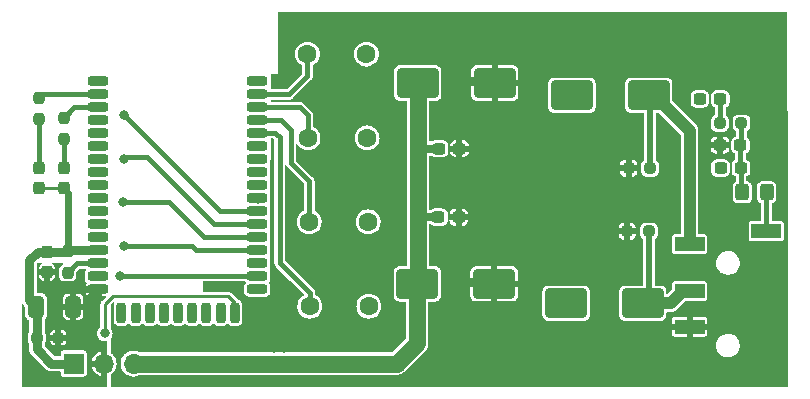
<source format=gtl>
G04 #@! TF.GenerationSoftware,KiCad,Pcbnew,6.99.0-unknown-455e330f3b~148~ubuntu20.04.1*
G04 #@! TF.CreationDate,2022-04-23T09:38:11+05:30*
G04 #@! TF.ProjectId,aptx_headset,61707478-5f68-4656-9164-7365742e6b69,rev?*
G04 #@! TF.SameCoordinates,Original*
G04 #@! TF.FileFunction,Copper,L1,Top*
G04 #@! TF.FilePolarity,Positive*
%FSLAX46Y46*%
G04 Gerber Fmt 4.6, Leading zero omitted, Abs format (unit mm)*
G04 Created by KiCad (PCBNEW 6.99.0-unknown-455e330f3b~148~ubuntu20.04.1) date 2022-04-23 09:38:11*
%MOMM*%
%LPD*%
G01*
G04 APERTURE LIST*
G04 Aperture macros list*
%AMRoundRect*
0 Rectangle with rounded corners*
0 $1 Rounding radius*
0 $2 $3 $4 $5 $6 $7 $8 $9 X,Y pos of 4 corners*
0 Add a 4 corners polygon primitive as box body*
4,1,4,$2,$3,$4,$5,$6,$7,$8,$9,$2,$3,0*
0 Add four circle primitives for the rounded corners*
1,1,$1+$1,$2,$3*
1,1,$1+$1,$4,$5*
1,1,$1+$1,$6,$7*
1,1,$1+$1,$8,$9*
0 Add four rect primitives between the rounded corners*
20,1,$1+$1,$2,$3,$4,$5,0*
20,1,$1+$1,$4,$5,$6,$7,0*
20,1,$1+$1,$6,$7,$8,$9,0*
20,1,$1+$1,$8,$9,$2,$3,0*%
G04 Aperture macros list end*
G04 #@! TA.AperFunction,SMDPad,CuDef*
%ADD10R,2.500000X1.200000*%
G04 #@! TD*
G04 #@! TA.AperFunction,SMDPad,CuDef*
%ADD11RoundRect,0.237500X-0.300000X-0.237500X0.300000X-0.237500X0.300000X0.237500X-0.300000X0.237500X0*%
G04 #@! TD*
G04 #@! TA.AperFunction,SMDPad,CuDef*
%ADD12RoundRect,0.250000X-0.325000X-0.450000X0.325000X-0.450000X0.325000X0.450000X-0.325000X0.450000X0*%
G04 #@! TD*
G04 #@! TA.AperFunction,SMDPad,CuDef*
%ADD13RoundRect,0.250000X-1.500000X-1.000000X1.500000X-1.000000X1.500000X1.000000X-1.500000X1.000000X0*%
G04 #@! TD*
G04 #@! TA.AperFunction,SMDPad,CuDef*
%ADD14RoundRect,0.237500X0.237500X-0.250000X0.237500X0.250000X-0.237500X0.250000X-0.237500X-0.250000X0*%
G04 #@! TD*
G04 #@! TA.AperFunction,SMDPad,CuDef*
%ADD15RoundRect,0.237500X-0.237500X0.287500X-0.237500X-0.287500X0.237500X-0.287500X0.237500X0.287500X0*%
G04 #@! TD*
G04 #@! TA.AperFunction,ComponentPad*
%ADD16C,1.600000*%
G04 #@! TD*
G04 #@! TA.AperFunction,SMDPad,CuDef*
%ADD17RoundRect,0.200000X-0.650000X-0.200000X0.650000X-0.200000X0.650000X0.200000X-0.650000X0.200000X0*%
G04 #@! TD*
G04 #@! TA.AperFunction,SMDPad,CuDef*
%ADD18RoundRect,0.200000X0.200000X-0.650000X0.200000X0.650000X-0.200000X0.650000X-0.200000X-0.650000X0*%
G04 #@! TD*
G04 #@! TA.AperFunction,SMDPad,CuDef*
%ADD19RoundRect,0.200000X0.650000X0.200000X-0.650000X0.200000X-0.650000X-0.200000X0.650000X-0.200000X0*%
G04 #@! TD*
G04 #@! TA.AperFunction,SMDPad,CuDef*
%ADD20RoundRect,0.237500X-0.250000X-0.237500X0.250000X-0.237500X0.250000X0.237500X-0.250000X0.237500X0*%
G04 #@! TD*
G04 #@! TA.AperFunction,SMDPad,CuDef*
%ADD21RoundRect,0.237500X0.237500X-0.300000X0.237500X0.300000X-0.237500X0.300000X-0.237500X-0.300000X0*%
G04 #@! TD*
G04 #@! TA.AperFunction,SMDPad,CuDef*
%ADD22RoundRect,0.237500X0.300000X0.237500X-0.300000X0.237500X-0.300000X-0.237500X0.300000X-0.237500X0*%
G04 #@! TD*
G04 #@! TA.AperFunction,SMDPad,CuDef*
%ADD23RoundRect,0.237500X-0.237500X0.250000X-0.237500X-0.250000X0.237500X-0.250000X0.237500X0.250000X0*%
G04 #@! TD*
G04 #@! TA.AperFunction,SMDPad,CuDef*
%ADD24RoundRect,0.250000X-0.412500X-0.650000X0.412500X-0.650000X0.412500X0.650000X-0.412500X0.650000X0*%
G04 #@! TD*
G04 #@! TA.AperFunction,ComponentPad*
%ADD25R,1.700000X1.700000*%
G04 #@! TD*
G04 #@! TA.AperFunction,ComponentPad*
%ADD26O,1.700000X1.700000*%
G04 #@! TD*
G04 #@! TA.AperFunction,SMDPad,CuDef*
%ADD27RoundRect,0.237500X0.250000X0.237500X-0.250000X0.237500X-0.250000X-0.237500X0.250000X-0.237500X0*%
G04 #@! TD*
G04 #@! TA.AperFunction,ViaPad*
%ADD28C,0.800000*%
G04 #@! TD*
G04 #@! TA.AperFunction,ViaPad*
%ADD29C,0.700000*%
G04 #@! TD*
G04 #@! TA.AperFunction,Conductor*
%ADD30C,0.250000*%
G04 #@! TD*
G04 #@! TA.AperFunction,Conductor*
%ADD31C,1.400000*%
G04 #@! TD*
G04 #@! TA.AperFunction,Conductor*
%ADD32C,0.700000*%
G04 #@! TD*
G04 #@! TA.AperFunction,Conductor*
%ADD33C,0.800000*%
G04 #@! TD*
G04 #@! TA.AperFunction,Conductor*
%ADD34C,0.254000*%
G04 #@! TD*
G04 #@! TA.AperFunction,Conductor*
%ADD35C,0.400000*%
G04 #@! TD*
G04 #@! TA.AperFunction,Conductor*
%ADD36C,1.000000*%
G04 #@! TD*
G04 #@! TA.AperFunction,Conductor*
%ADD37C,0.500000*%
G04 #@! TD*
G04 #@! TA.AperFunction,Conductor*
%ADD38C,0.600000*%
G04 #@! TD*
G04 #@! TA.AperFunction,Conductor*
%ADD39C,0.200000*%
G04 #@! TD*
G04 APERTURE END LIST*
D10*
X142649999Y-92774999D03*
X142649999Y-95774999D03*
X149149999Y-87674999D03*
X142649999Y-88774999D03*
D11*
X121387500Y-86500000D03*
X123112500Y-86500000D03*
D12*
X147125000Y-84400000D03*
X149175000Y-84400000D03*
D13*
X132692500Y-76200000D03*
X139192500Y-76200000D03*
D14*
X89650000Y-79912500D03*
X89650000Y-78087500D03*
D15*
X87600000Y-82325000D03*
X87600000Y-84075000D03*
D11*
X121437500Y-80700000D03*
X123162500Y-80700000D03*
D16*
X110300000Y-72700000D03*
X115300000Y-72700000D03*
D13*
X119650000Y-75150000D03*
X126150000Y-75150000D03*
X132200000Y-93800000D03*
X138700000Y-93800000D03*
D14*
X87600000Y-78212500D03*
X87600000Y-76387500D03*
D17*
X92550000Y-75005000D03*
X92550000Y-76105000D03*
X92550000Y-77205000D03*
X92550000Y-78305000D03*
X92550000Y-79405000D03*
X92550000Y-80505000D03*
X92550000Y-81605000D03*
X92550000Y-82705000D03*
X92550000Y-83805000D03*
X92550000Y-84905000D03*
X92550000Y-86005000D03*
X92550000Y-87105000D03*
X92550000Y-88205000D03*
X92550000Y-89305000D03*
X92550000Y-90405000D03*
X92550000Y-91505000D03*
X92550000Y-92605000D03*
D18*
X94550000Y-94605000D03*
X95750000Y-94605000D03*
X96950000Y-94605000D03*
X98150000Y-94605000D03*
X99350000Y-94605000D03*
X100550000Y-94605000D03*
X101750000Y-94605000D03*
X102950000Y-94605000D03*
X104150000Y-94605000D03*
D19*
X106050000Y-92605000D03*
X106050000Y-91505000D03*
X106050000Y-90405000D03*
X106050000Y-89305000D03*
X106050000Y-88205000D03*
X106050000Y-87105000D03*
X106050000Y-86005000D03*
X106050000Y-84905000D03*
X106050000Y-83805000D03*
X106050000Y-82705000D03*
X106050000Y-81605000D03*
X106050000Y-80505000D03*
X106050000Y-79405000D03*
X106050000Y-78305000D03*
X106050000Y-77205000D03*
X106050000Y-76105000D03*
X106050000Y-75005000D03*
D20*
X145225000Y-78550000D03*
X147050000Y-78550000D03*
D21*
X88250000Y-91162500D03*
X88250000Y-89437500D03*
D16*
X110350000Y-79800000D03*
X115350000Y-79800000D03*
D11*
X143525000Y-76500000D03*
X145250000Y-76500000D03*
D22*
X146962500Y-80400000D03*
X145237500Y-80400000D03*
D23*
X90000000Y-89387500D03*
X90000000Y-91212500D03*
D15*
X89650000Y-82325000D03*
X89650000Y-84075000D03*
D20*
X137387500Y-87700000D03*
X139212500Y-87700000D03*
D11*
X145275000Y-82350000D03*
X147000000Y-82350000D03*
D24*
X87337500Y-94100000D03*
X90462500Y-94100000D03*
D25*
X90499999Y-98899999D03*
D26*
X93039999Y-98899999D03*
X95579999Y-98899999D03*
D27*
X139312500Y-82350000D03*
X137487500Y-82350000D03*
D20*
X87387500Y-96700000D03*
X89212500Y-96700000D03*
D13*
X119600000Y-92150000D03*
X126100000Y-92150000D03*
D16*
X110450000Y-86900000D03*
X115450000Y-86900000D03*
X110500000Y-94050000D03*
X115500000Y-94050000D03*
D28*
X120100000Y-74950000D03*
X118950000Y-74950000D03*
X120100000Y-92000000D03*
X118950000Y-92050000D03*
X124000000Y-92000000D03*
X123950000Y-74950000D03*
D29*
X97550000Y-97200000D03*
D28*
X125000000Y-92000000D03*
X102300000Y-92353500D03*
D29*
X96700000Y-97200000D03*
D28*
X108350000Y-97550500D03*
X107450000Y-97550500D03*
X125000000Y-74900000D03*
X131950000Y-76250000D03*
X132900000Y-76250000D03*
X131300000Y-93900000D03*
X132300000Y-93850000D03*
X143500000Y-76450000D03*
X106050000Y-82700000D03*
X145200000Y-78550000D03*
X106100000Y-84950000D03*
X106050000Y-83800000D03*
X145300000Y-82400000D03*
X94800000Y-77900000D03*
X94750000Y-81550000D03*
X94700000Y-85250000D03*
X94800000Y-88950000D03*
X94400000Y-91500000D03*
X93150000Y-96350000D03*
D30*
X119750000Y-80700000D02*
X119650000Y-80600000D01*
D31*
X119600000Y-97150000D02*
X119600000Y-92150000D01*
X119650000Y-75150000D02*
X119650000Y-80600000D01*
X95580000Y-98900000D02*
X117850000Y-98900000D01*
D32*
X121437500Y-80700000D02*
X119750000Y-80700000D01*
D30*
X119650000Y-92100000D02*
X119600000Y-92150000D01*
D31*
X119650000Y-86450000D02*
X119650000Y-92100000D01*
X117850000Y-98900000D02*
X119600000Y-97150000D01*
X119650000Y-80600000D02*
X119650000Y-86450000D01*
D32*
X121387500Y-86500000D02*
X119700000Y-86500000D01*
D30*
X119700000Y-86500000D02*
X119650000Y-86450000D01*
D33*
X125000000Y-92000000D02*
X124000000Y-92000000D01*
D34*
X124950000Y-74950000D02*
X125000000Y-74900000D01*
D33*
X123950000Y-74950000D02*
X124950000Y-74950000D01*
D35*
X110300000Y-74550000D02*
X110300000Y-72700000D01*
X106050000Y-76105000D02*
X108745000Y-76105000D01*
X108745000Y-76105000D02*
X110300000Y-74550000D01*
X109300000Y-77200000D02*
X109650000Y-77200000D01*
X109295000Y-77205000D02*
X109300000Y-77200000D01*
X110350000Y-77900000D02*
X110350000Y-79800000D01*
X109650000Y-77200000D02*
X110350000Y-77900000D01*
X106050000Y-77205000D02*
X109295000Y-77205000D01*
D30*
X139650000Y-76200000D02*
X139192500Y-76200000D01*
D36*
X142650000Y-79200000D02*
X139650000Y-76200000D01*
X142650000Y-88775000D02*
X142650000Y-79200000D01*
D37*
X139312500Y-76320000D02*
X139312500Y-82350000D01*
D30*
X139192500Y-76200000D02*
X139312500Y-76320000D01*
D33*
X86750000Y-90150000D02*
X86750000Y-93512500D01*
X88600000Y-98900000D02*
X87387500Y-97687500D01*
D30*
X89650000Y-84075000D02*
X90000000Y-84425000D01*
D33*
X86750000Y-93512500D02*
X87250000Y-94012500D01*
X87387500Y-97687500D02*
X87387500Y-96150000D01*
D30*
X87600000Y-84075000D02*
X89650000Y-84075000D01*
D33*
X90500000Y-98900000D02*
X88600000Y-98900000D01*
D38*
X90000000Y-84425000D02*
X90000000Y-89387500D01*
D33*
X87387500Y-96150000D02*
X87387500Y-94150000D01*
X88250000Y-89437500D02*
X87462500Y-89437500D01*
X87462500Y-89437500D02*
X86750000Y-90150000D01*
X88250000Y-89437500D02*
X89950000Y-89437500D01*
X91900000Y-89300000D02*
X90087500Y-89300000D01*
D38*
X92550000Y-92605000D02*
X92550000Y-93350000D01*
X92550000Y-92605000D02*
X91255000Y-92605000D01*
D35*
X108100000Y-78300000D02*
X106055000Y-78300000D01*
X108900000Y-79100000D02*
X108100000Y-78300000D01*
X110450000Y-83450000D02*
X108900000Y-81900000D01*
X106055000Y-78300000D02*
X106050000Y-78305000D01*
X110450000Y-86900000D02*
X110450000Y-83450000D01*
X108900000Y-81900000D02*
X108900000Y-79100000D01*
X106105000Y-79350000D02*
X106050000Y-79405000D01*
X107550000Y-79350000D02*
X106105000Y-79350000D01*
X110500000Y-94050000D02*
X110500000Y-92900000D01*
X110500000Y-92900000D02*
X107950000Y-90350000D01*
X107950000Y-90350000D02*
X107950000Y-79750000D01*
X107950000Y-79750000D02*
X107550000Y-79350000D01*
D36*
X141050000Y-93800000D02*
X138700000Y-93800000D01*
D30*
X139212500Y-93287500D02*
X138700000Y-93800000D01*
D34*
X142650000Y-92775000D02*
X142075000Y-92775000D01*
D36*
X142075000Y-92775000D02*
X141050000Y-93800000D01*
D37*
X139212500Y-87700000D02*
X139212500Y-93287500D01*
D35*
X145250000Y-76500000D02*
X145250000Y-78525000D01*
D30*
X145250000Y-78525000D02*
X145225000Y-78550000D01*
X147000000Y-84275000D02*
X147125000Y-84400000D01*
D34*
X147050000Y-80312500D02*
X146962500Y-80400000D01*
X146962500Y-82312500D02*
X147000000Y-82350000D01*
D35*
X146962500Y-80400000D02*
X146962500Y-82312500D01*
X147000000Y-82350000D02*
X147000000Y-84275000D01*
X147050000Y-78550000D02*
X147050000Y-80312500D01*
X87600000Y-78212500D02*
X87600000Y-82325000D01*
X89650000Y-79912500D02*
X89650000Y-82325000D01*
X92550000Y-76105000D02*
X87882500Y-76105000D01*
D30*
X87882500Y-76105000D02*
X87600000Y-76387500D01*
D35*
X90532500Y-77205000D02*
X89650000Y-78087500D01*
X92550000Y-77205000D02*
X90532500Y-77205000D01*
X106050000Y-86005000D02*
X102905000Y-86005000D01*
X102905000Y-86005000D02*
X94800000Y-77900000D01*
X106050000Y-87105000D02*
X102355000Y-87105000D01*
D39*
X94850000Y-81450000D02*
X94750000Y-81550000D01*
D35*
X102355000Y-87105000D02*
X96700000Y-81450000D01*
X96700000Y-81450000D02*
X94850000Y-81450000D01*
X101505000Y-88205000D02*
X106050000Y-88205000D01*
X98550000Y-85250000D02*
X101505000Y-88205000D01*
X94700000Y-85250000D02*
X98550000Y-85250000D01*
X94800000Y-88950000D02*
X100550000Y-88950000D01*
X100550000Y-88950000D02*
X100905000Y-89305000D01*
X100905000Y-89305000D02*
X106050000Y-89305000D01*
D30*
X106045000Y-91500000D02*
X106050000Y-91505000D01*
D35*
X94400000Y-91500000D02*
X106045000Y-91500000D01*
D34*
X93850000Y-93200000D02*
X103600000Y-93200000D01*
X93150000Y-93900000D02*
X93850000Y-93200000D01*
X103600000Y-93200000D02*
X104150000Y-93750000D01*
X104150000Y-93750000D02*
X104150000Y-94605000D01*
X93150000Y-96350000D02*
X93150000Y-93900000D01*
D30*
X149175000Y-84400000D02*
X149150000Y-84425000D01*
D35*
X149150000Y-84425000D02*
X149150000Y-87675000D01*
X92550000Y-90405000D02*
X90807500Y-90405000D01*
X90807500Y-90405000D02*
X90000000Y-91212500D01*
G04 #@! TA.AperFunction,Conductor*
G36*
X150886074Y-69114852D02*
G01*
X150900426Y-69149348D01*
X150952075Y-85831889D01*
X150995940Y-100000085D01*
X150998572Y-100850348D01*
X150984327Y-100885041D01*
X150949572Y-100899500D01*
X93699000Y-100899500D01*
X93664352Y-100885148D01*
X93650000Y-100850500D01*
X93650000Y-99843973D01*
X93664352Y-99809325D01*
X93673205Y-99802312D01*
X93683253Y-99796091D01*
X93706041Y-99781981D01*
X93815123Y-99682540D01*
X93855086Y-99646109D01*
X93855088Y-99646107D01*
X93856764Y-99644579D01*
X93979673Y-99481821D01*
X94070582Y-99299250D01*
X94126397Y-99103083D01*
X94145215Y-98900000D01*
X94474785Y-98900000D01*
X94493603Y-99103083D01*
X94549418Y-99299250D01*
X94640327Y-99481821D01*
X94763236Y-99644579D01*
X94764912Y-99646107D01*
X94764914Y-99646109D01*
X94804877Y-99682540D01*
X94913959Y-99781981D01*
X94915885Y-99783174D01*
X94915887Y-99783175D01*
X94999751Y-99835101D01*
X95087363Y-99889348D01*
X95089477Y-99890167D01*
X95089479Y-99890168D01*
X95275429Y-99962205D01*
X95275432Y-99962206D01*
X95277544Y-99963024D01*
X95368048Y-99979942D01*
X95475802Y-100000085D01*
X95475806Y-100000085D01*
X95478024Y-100000500D01*
X95681976Y-100000500D01*
X95684194Y-100000085D01*
X95684198Y-100000085D01*
X95791952Y-99979942D01*
X95882456Y-99963024D01*
X95884568Y-99962206D01*
X95884571Y-99962205D01*
X96070521Y-99890168D01*
X96070523Y-99890167D01*
X96072637Y-99889348D01*
X96123526Y-99857839D01*
X96149321Y-99850500D01*
X117837327Y-99850500D01*
X117838569Y-99850516D01*
X117922546Y-99852644D01*
X117980283Y-99842295D01*
X117983949Y-99841780D01*
X118007618Y-99839374D01*
X118039848Y-99836097D01*
X118039853Y-99836096D01*
X118042321Y-99835845D01*
X118074074Y-99825883D01*
X118080084Y-99824408D01*
X118092257Y-99822226D01*
X118110376Y-99818979D01*
X118110381Y-99818978D01*
X118112828Y-99818539D01*
X118167292Y-99796784D01*
X118170798Y-99795535D01*
X118226768Y-99777974D01*
X118255858Y-99761828D01*
X118261452Y-99759172D01*
X118290038Y-99747753D01*
X118290040Y-99747752D01*
X118292348Y-99746830D01*
X118341322Y-99714554D01*
X118344506Y-99712625D01*
X118356213Y-99706127D01*
X118395791Y-99684159D01*
X118421030Y-99662492D01*
X118425983Y-99658757D01*
X118451679Y-99641822D01*
X118451680Y-99641821D01*
X118453759Y-99640451D01*
X118495235Y-99598975D01*
X118497966Y-99596444D01*
X118540582Y-99559859D01*
X118542468Y-99558240D01*
X118562829Y-99531936D01*
X118566929Y-99527281D01*
X120263138Y-97831072D01*
X120264027Y-97830205D01*
X120323121Y-97774032D01*
X120324919Y-97772323D01*
X120326334Y-97770290D01*
X120326340Y-97770283D01*
X120358429Y-97724179D01*
X120360670Y-97721206D01*
X120365480Y-97715307D01*
X120397734Y-97675751D01*
X120398885Y-97673548D01*
X120398890Y-97673540D01*
X120413137Y-97646266D01*
X120416350Y-97640961D01*
X120433938Y-97615691D01*
X120435353Y-97613658D01*
X120458484Y-97559757D01*
X120460081Y-97556394D01*
X120486089Y-97506604D01*
X120486089Y-97506603D01*
X120487237Y-97504406D01*
X120496387Y-97472426D01*
X120498468Y-97466582D01*
X120510608Y-97438293D01*
X120511587Y-97436012D01*
X120513658Y-97425936D01*
X144895631Y-97425936D01*
X144896007Y-97428390D01*
X144896007Y-97428391D01*
X144924701Y-97615691D01*
X144926444Y-97627071D01*
X144927306Y-97629399D01*
X144927307Y-97629402D01*
X144979484Y-97770283D01*
X144997114Y-97817887D01*
X144998428Y-97819996D01*
X144998429Y-97819997D01*
X145054423Y-97909832D01*
X145104748Y-97990571D01*
X145244941Y-98138053D01*
X145246979Y-98139472D01*
X145246982Y-98139474D01*
X145336262Y-98201614D01*
X145411951Y-98254295D01*
X145414231Y-98255273D01*
X145414232Y-98255274D01*
X145596663Y-98333562D01*
X145598942Y-98334540D01*
X145601369Y-98335039D01*
X145601373Y-98335040D01*
X145724415Y-98360325D01*
X145798259Y-98375500D01*
X145950742Y-98375500D01*
X145951957Y-98375376D01*
X145951966Y-98375376D01*
X146059765Y-98364413D01*
X146102438Y-98360074D01*
X146296588Y-98299159D01*
X146474502Y-98200409D01*
X146628895Y-98067866D01*
X146753448Y-97906958D01*
X146843060Y-97724271D01*
X146894063Y-97527285D01*
X146895224Y-97504406D01*
X146904243Y-97326545D01*
X146904369Y-97324064D01*
X146903891Y-97320945D01*
X146873933Y-97125387D01*
X146873932Y-97125383D01*
X146873556Y-97122929D01*
X146838449Y-97028137D01*
X146803750Y-96934445D01*
X146803749Y-96934442D01*
X146802886Y-96932113D01*
X146746140Y-96841071D01*
X146696564Y-96761534D01*
X146695252Y-96759429D01*
X146555059Y-96611947D01*
X146553021Y-96610528D01*
X146553018Y-96610526D01*
X146407991Y-96509585D01*
X146388049Y-96495705D01*
X146201058Y-96415460D01*
X146198631Y-96414961D01*
X146198627Y-96414960D01*
X146004179Y-96375001D01*
X146001741Y-96374500D01*
X145849258Y-96374500D01*
X145848043Y-96374624D01*
X145848034Y-96374624D01*
X145740235Y-96385587D01*
X145697562Y-96389926D01*
X145503412Y-96450841D01*
X145325498Y-96549591D01*
X145171105Y-96682134D01*
X145046552Y-96843042D01*
X144956940Y-97025729D01*
X144905937Y-97222715D01*
X144905811Y-97225191D01*
X144905811Y-97225194D01*
X144901077Y-97318551D01*
X144895631Y-97425936D01*
X120513658Y-97425936D01*
X120523395Y-97378553D01*
X120524283Y-97374936D01*
X120539732Y-97320945D01*
X120540417Y-97318551D01*
X120542944Y-97285372D01*
X120543804Y-97279242D01*
X120550500Y-97246656D01*
X120550500Y-97188008D01*
X120550641Y-97184287D01*
X120554907Y-97128271D01*
X120554907Y-97128267D01*
X120555095Y-97125797D01*
X120550893Y-97092804D01*
X120550500Y-97086613D01*
X120550500Y-96397214D01*
X141150000Y-96397214D01*
X141150471Y-96401990D01*
X141163563Y-96467808D01*
X141167187Y-96476559D01*
X141217080Y-96551229D01*
X141223771Y-96557920D01*
X141298441Y-96607813D01*
X141307192Y-96611437D01*
X141373010Y-96624529D01*
X141377786Y-96625000D01*
X142386253Y-96625000D01*
X142393145Y-96622145D01*
X142396000Y-96615253D01*
X142904000Y-96615253D01*
X142906855Y-96622145D01*
X142913747Y-96625000D01*
X143922214Y-96625000D01*
X143926990Y-96624529D01*
X143992808Y-96611437D01*
X144001559Y-96607813D01*
X144076229Y-96557920D01*
X144082920Y-96551229D01*
X144132813Y-96476559D01*
X144136437Y-96467808D01*
X144149529Y-96401990D01*
X144150000Y-96397214D01*
X144150000Y-96038747D01*
X144147145Y-96031855D01*
X144140253Y-96029000D01*
X142913747Y-96029000D01*
X142906855Y-96031855D01*
X142904000Y-96038747D01*
X142904000Y-96615253D01*
X142396000Y-96615253D01*
X142396000Y-96038747D01*
X142393145Y-96031855D01*
X142386253Y-96029000D01*
X141159747Y-96029000D01*
X141152855Y-96031855D01*
X141150000Y-96038747D01*
X141150000Y-96397214D01*
X120550500Y-96397214D01*
X120550500Y-95511253D01*
X141150000Y-95511253D01*
X141152855Y-95518145D01*
X141159747Y-95521000D01*
X142386253Y-95521000D01*
X142393145Y-95518145D01*
X142396000Y-95511253D01*
X142904000Y-95511253D01*
X142906855Y-95518145D01*
X142913747Y-95521000D01*
X144140253Y-95521000D01*
X144147145Y-95518145D01*
X144150000Y-95511253D01*
X144150000Y-95152786D01*
X144149529Y-95148010D01*
X144136437Y-95082192D01*
X144132813Y-95073441D01*
X144082920Y-94998771D01*
X144076229Y-94992080D01*
X144001559Y-94942187D01*
X143992808Y-94938563D01*
X143926990Y-94925471D01*
X143922214Y-94925000D01*
X142913747Y-94925000D01*
X142906855Y-94927855D01*
X142904000Y-94934747D01*
X142904000Y-95511253D01*
X142396000Y-95511253D01*
X142396000Y-94934747D01*
X142393145Y-94927855D01*
X142386253Y-94925000D01*
X141377786Y-94925000D01*
X141373010Y-94925471D01*
X141307192Y-94938563D01*
X141298441Y-94942187D01*
X141223771Y-94992080D01*
X141217080Y-94998771D01*
X141167187Y-95073441D01*
X141163563Y-95082192D01*
X141150471Y-95148010D01*
X141150000Y-95152786D01*
X141150000Y-95511253D01*
X120550500Y-95511253D01*
X120550500Y-93699499D01*
X120564852Y-93664851D01*
X120599500Y-93650499D01*
X121147872Y-93650499D01*
X121149179Y-93650358D01*
X121149188Y-93650358D01*
X121189296Y-93646046D01*
X121207483Y-93644091D01*
X121342331Y-93593796D01*
X121345730Y-93591252D01*
X121454742Y-93509645D01*
X121457546Y-93507546D01*
X121543796Y-93392331D01*
X121594091Y-93257483D01*
X121599303Y-93209006D01*
X121600359Y-93199188D01*
X121600359Y-93199181D01*
X121600500Y-93197873D01*
X121600500Y-93196508D01*
X124100000Y-93196508D01*
X124100141Y-93199143D01*
X124106075Y-93254330D01*
X124107472Y-93260243D01*
X124155423Y-93388806D01*
X124158748Y-93394896D01*
X124240712Y-93504385D01*
X124245615Y-93509288D01*
X124355104Y-93591252D01*
X124361194Y-93594577D01*
X124489757Y-93642528D01*
X124495670Y-93643925D01*
X124550857Y-93649859D01*
X124553492Y-93650000D01*
X125836253Y-93650000D01*
X125843145Y-93647145D01*
X125846000Y-93640253D01*
X126354000Y-93640253D01*
X126356855Y-93647145D01*
X126363747Y-93650000D01*
X127646508Y-93650000D01*
X127649143Y-93649859D01*
X127704330Y-93643925D01*
X127710243Y-93642528D01*
X127838806Y-93594577D01*
X127844896Y-93591252D01*
X127954385Y-93509288D01*
X127959288Y-93504385D01*
X128041252Y-93394896D01*
X128044577Y-93388806D01*
X128092528Y-93260243D01*
X128093925Y-93254330D01*
X128099859Y-93199143D01*
X128100000Y-93196508D01*
X128100000Y-92752127D01*
X130199500Y-92752127D01*
X130199501Y-94847872D01*
X130205909Y-94907483D01*
X130256204Y-95042331D01*
X130258304Y-95045136D01*
X130258305Y-95045138D01*
X130288547Y-95085536D01*
X130342454Y-95157546D01*
X130457669Y-95243796D01*
X130592517Y-95294091D01*
X130626639Y-95297760D01*
X130650812Y-95300359D01*
X130650819Y-95300359D01*
X130652127Y-95300500D01*
X132200000Y-95300500D01*
X133747872Y-95300499D01*
X133749179Y-95300358D01*
X133749188Y-95300358D01*
X133788540Y-95296127D01*
X133807483Y-95294091D01*
X133942331Y-95243796D01*
X134057546Y-95157546D01*
X134111453Y-95085536D01*
X134141695Y-95045138D01*
X134141696Y-95045136D01*
X134143796Y-95042331D01*
X134194091Y-94907483D01*
X134200500Y-94847873D01*
X134200499Y-92752128D01*
X134200499Y-92752127D01*
X136699500Y-92752127D01*
X136699501Y-94847872D01*
X136705909Y-94907483D01*
X136756204Y-95042331D01*
X136758304Y-95045136D01*
X136758305Y-95045138D01*
X136788547Y-95085536D01*
X136842454Y-95157546D01*
X136957669Y-95243796D01*
X137092517Y-95294091D01*
X137126639Y-95297760D01*
X137150812Y-95300359D01*
X137150819Y-95300359D01*
X137152127Y-95300500D01*
X138700000Y-95300500D01*
X140247872Y-95300499D01*
X140249179Y-95300358D01*
X140249188Y-95300358D01*
X140288540Y-95296127D01*
X140307483Y-95294091D01*
X140442331Y-95243796D01*
X140557546Y-95157546D01*
X140611453Y-95085536D01*
X140641695Y-95045138D01*
X140641696Y-95045136D01*
X140643796Y-95042331D01*
X140694091Y-94907483D01*
X140700500Y-94847873D01*
X140700500Y-94599500D01*
X140714852Y-94564852D01*
X140749500Y-94550500D01*
X140991757Y-94550500D01*
X140998858Y-94551017D01*
X141028023Y-94555289D01*
X141030858Y-94555041D01*
X141030860Y-94555041D01*
X141080638Y-94550686D01*
X141084908Y-94550500D01*
X141093709Y-94550500D01*
X141095108Y-94550336D01*
X141095116Y-94550336D01*
X141125566Y-94546776D01*
X141126985Y-94546631D01*
X141199953Y-94540248D01*
X141199955Y-94540248D01*
X141202797Y-94539999D01*
X141205604Y-94539069D01*
X141208535Y-94538098D01*
X141218258Y-94535942D01*
X141218668Y-94535894D01*
X141224255Y-94535241D01*
X141295768Y-94509212D01*
X141297096Y-94508751D01*
X141366626Y-94485712D01*
X141366631Y-94485710D01*
X141369334Y-94484814D01*
X141371758Y-94483319D01*
X141371762Y-94483317D01*
X141374476Y-94481643D01*
X141383436Y-94477305D01*
X141386436Y-94476213D01*
X141386438Y-94476212D01*
X141389117Y-94475237D01*
X141391498Y-94473671D01*
X141391500Y-94473670D01*
X141452682Y-94433430D01*
X141453884Y-94432664D01*
X141516225Y-94394212D01*
X141516228Y-94394209D01*
X141518656Y-94392712D01*
X141522929Y-94388439D01*
X141530652Y-94382148D01*
X141533308Y-94380401D01*
X141533310Y-94380399D01*
X141535696Y-94378830D01*
X141587902Y-94323495D01*
X141588895Y-94322473D01*
X142271516Y-93639852D01*
X142306164Y-93625500D01*
X143924674Y-93625500D01*
X143997740Y-93610966D01*
X144080601Y-93555601D01*
X144135966Y-93472740D01*
X144150500Y-93399674D01*
X144150500Y-92150326D01*
X144135966Y-92077260D01*
X144080601Y-91994399D01*
X143997740Y-91939034D01*
X143924674Y-91924500D01*
X141375326Y-91924500D01*
X141302260Y-91939034D01*
X141219399Y-91994399D01*
X141164034Y-92077260D01*
X141149500Y-92150326D01*
X141149500Y-92618837D01*
X141135148Y-92653485D01*
X140784147Y-93004485D01*
X140749499Y-93018837D01*
X140714851Y-93004485D01*
X140700499Y-92969837D01*
X140700499Y-92752128D01*
X140699871Y-92746281D01*
X140694419Y-92695570D01*
X140694091Y-92692517D01*
X140643796Y-92557669D01*
X140630330Y-92539680D01*
X140559645Y-92445258D01*
X140557546Y-92442454D01*
X140533863Y-92424725D01*
X140445138Y-92358305D01*
X140445136Y-92358304D01*
X140442331Y-92356204D01*
X140307483Y-92305909D01*
X140273361Y-92302240D01*
X140249188Y-92299641D01*
X140249181Y-92299641D01*
X140247873Y-92299500D01*
X139762000Y-92299500D01*
X139727352Y-92285148D01*
X139713000Y-92250500D01*
X139713000Y-90425936D01*
X144895631Y-90425936D01*
X144896007Y-90428390D01*
X144896007Y-90428391D01*
X144924203Y-90612441D01*
X144926444Y-90627071D01*
X144927306Y-90629399D01*
X144927307Y-90629402D01*
X144994859Y-90811797D01*
X144997114Y-90817887D01*
X144998428Y-90819996D01*
X144998429Y-90819997D01*
X145055121Y-90910952D01*
X145104748Y-90990571D01*
X145106458Y-90992370D01*
X145212045Y-91103447D01*
X145244941Y-91138053D01*
X145246979Y-91139472D01*
X145246982Y-91139474D01*
X145336262Y-91201614D01*
X145411951Y-91254295D01*
X145598942Y-91334540D01*
X145601369Y-91335039D01*
X145601373Y-91335040D01*
X145724415Y-91360325D01*
X145798259Y-91375500D01*
X145950742Y-91375500D01*
X145951957Y-91375376D01*
X145951966Y-91375376D01*
X146059765Y-91364413D01*
X146102438Y-91360074D01*
X146296588Y-91299159D01*
X146474502Y-91200409D01*
X146628895Y-91067866D01*
X146753448Y-90906958D01*
X146781633Y-90849500D01*
X146841963Y-90726507D01*
X146843060Y-90724271D01*
X146894063Y-90527285D01*
X146895780Y-90493439D01*
X146904243Y-90326545D01*
X146904369Y-90324064D01*
X146888475Y-90220313D01*
X146873933Y-90125387D01*
X146873932Y-90125383D01*
X146873556Y-90122929D01*
X146838449Y-90028137D01*
X146803750Y-89934445D01*
X146803749Y-89934442D01*
X146802886Y-89932113D01*
X146754822Y-89855000D01*
X146696564Y-89761534D01*
X146695252Y-89759429D01*
X146653468Y-89715472D01*
X146556772Y-89613749D01*
X146555059Y-89611947D01*
X146553021Y-89610528D01*
X146553018Y-89610526D01*
X146390089Y-89497125D01*
X146390090Y-89497125D01*
X146388049Y-89495705D01*
X146201058Y-89415460D01*
X146198631Y-89414961D01*
X146198627Y-89414960D01*
X146004179Y-89375001D01*
X146001741Y-89374500D01*
X145849258Y-89374500D01*
X145848043Y-89374624D01*
X145848034Y-89374624D01*
X145750625Y-89384530D01*
X145697562Y-89389926D01*
X145503412Y-89450841D01*
X145325498Y-89549591D01*
X145171105Y-89682134D01*
X145046552Y-89843042D01*
X144956940Y-90025729D01*
X144905937Y-90222715D01*
X144895631Y-90425936D01*
X139713000Y-90425936D01*
X139713000Y-88384092D01*
X139727352Y-88349444D01*
X139732623Y-88344875D01*
X139811116Y-88286116D01*
X139895212Y-88173778D01*
X139944251Y-88042299D01*
X139947806Y-88009231D01*
X139950359Y-87985489D01*
X139950359Y-87985482D01*
X139950500Y-87984174D01*
X139950500Y-87415826D01*
X139944251Y-87357701D01*
X139895212Y-87226222D01*
X139890239Y-87219578D01*
X139813215Y-87116688D01*
X139811116Y-87113884D01*
X139770277Y-87083312D01*
X139701585Y-87031889D01*
X139701583Y-87031888D01*
X139698778Y-87029788D01*
X139620714Y-87000672D01*
X139570166Y-86981818D01*
X139570164Y-86981817D01*
X139567299Y-86980749D01*
X139528568Y-86976585D01*
X139510489Y-86974641D01*
X139510482Y-86974641D01*
X139509174Y-86974500D01*
X138915826Y-86974500D01*
X138914518Y-86974641D01*
X138914511Y-86974641D01*
X138896432Y-86976585D01*
X138857701Y-86980749D01*
X138854836Y-86981817D01*
X138854834Y-86981818D01*
X138804286Y-87000672D01*
X138726222Y-87029788D01*
X138723417Y-87031888D01*
X138723415Y-87031889D01*
X138654723Y-87083312D01*
X138613884Y-87113884D01*
X138611785Y-87116688D01*
X138534762Y-87219578D01*
X138529788Y-87226222D01*
X138480749Y-87357701D01*
X138474500Y-87415826D01*
X138474500Y-87984174D01*
X138474641Y-87985482D01*
X138474641Y-87985489D01*
X138477194Y-88009231D01*
X138480749Y-88042299D01*
X138529788Y-88173778D01*
X138613884Y-88286116D01*
X138692366Y-88344867D01*
X138711501Y-88377119D01*
X138712000Y-88384092D01*
X138712000Y-92250500D01*
X138697648Y-92285148D01*
X138663000Y-92299500D01*
X137193047Y-92299501D01*
X137152128Y-92299501D01*
X137150821Y-92299642D01*
X137150812Y-92299642D01*
X137111460Y-92303873D01*
X137092517Y-92305909D01*
X136957669Y-92356204D01*
X136954864Y-92358304D01*
X136954862Y-92358305D01*
X136866137Y-92424725D01*
X136842454Y-92442454D01*
X136840355Y-92445258D01*
X136769671Y-92539680D01*
X136756204Y-92557669D01*
X136705909Y-92692517D01*
X136705582Y-92695563D01*
X136700129Y-92746281D01*
X136699500Y-92752127D01*
X134200499Y-92752127D01*
X134199871Y-92746281D01*
X134194419Y-92695570D01*
X134194091Y-92692517D01*
X134143796Y-92557669D01*
X134130330Y-92539680D01*
X134059645Y-92445258D01*
X134057546Y-92442454D01*
X134033863Y-92424725D01*
X133945138Y-92358305D01*
X133945136Y-92358304D01*
X133942331Y-92356204D01*
X133807483Y-92305909D01*
X133773361Y-92302240D01*
X133749188Y-92299641D01*
X133749181Y-92299641D01*
X133747873Y-92299500D01*
X133746553Y-92299500D01*
X132200001Y-92299501D01*
X130652128Y-92299501D01*
X130650821Y-92299642D01*
X130650812Y-92299642D01*
X130611460Y-92303873D01*
X130592517Y-92305909D01*
X130457669Y-92356204D01*
X130454864Y-92358304D01*
X130454862Y-92358305D01*
X130366137Y-92424725D01*
X130342454Y-92442454D01*
X130340355Y-92445258D01*
X130269671Y-92539680D01*
X130256204Y-92557669D01*
X130205909Y-92692517D01*
X130205582Y-92695563D01*
X130200129Y-92746281D01*
X130199500Y-92752127D01*
X128100000Y-92752127D01*
X128100000Y-92413747D01*
X128097145Y-92406855D01*
X128090253Y-92404000D01*
X126363747Y-92404000D01*
X126356855Y-92406855D01*
X126354000Y-92413747D01*
X126354000Y-93640253D01*
X125846000Y-93640253D01*
X125846000Y-92413747D01*
X125843145Y-92406855D01*
X125836253Y-92404000D01*
X124109747Y-92404000D01*
X124102855Y-92406855D01*
X124100000Y-92413747D01*
X124100000Y-93196508D01*
X121600500Y-93196508D01*
X121600499Y-91886253D01*
X124100000Y-91886253D01*
X124102855Y-91893145D01*
X124109747Y-91896000D01*
X125836253Y-91896000D01*
X125843145Y-91893145D01*
X125846000Y-91886253D01*
X126354000Y-91886253D01*
X126356855Y-91893145D01*
X126363747Y-91896000D01*
X128090253Y-91896000D01*
X128097145Y-91893145D01*
X128100000Y-91886253D01*
X128100000Y-91103492D01*
X128099859Y-91100857D01*
X128093925Y-91045670D01*
X128092528Y-91039757D01*
X128044577Y-90911194D01*
X128041252Y-90905104D01*
X127959288Y-90795615D01*
X127954385Y-90790712D01*
X127844896Y-90708748D01*
X127838806Y-90705423D01*
X127710243Y-90657472D01*
X127704330Y-90656075D01*
X127649143Y-90650141D01*
X127646508Y-90650000D01*
X126363747Y-90650000D01*
X126356855Y-90652855D01*
X126354000Y-90659747D01*
X126354000Y-91886253D01*
X125846000Y-91886253D01*
X125846000Y-90659747D01*
X125843145Y-90652855D01*
X125836253Y-90650000D01*
X124553492Y-90650000D01*
X124550857Y-90650141D01*
X124495670Y-90656075D01*
X124489757Y-90657472D01*
X124361194Y-90705423D01*
X124355104Y-90708748D01*
X124245615Y-90790712D01*
X124240712Y-90795615D01*
X124158748Y-90905104D01*
X124155423Y-90911194D01*
X124107472Y-91039757D01*
X124106075Y-91045670D01*
X124100141Y-91100857D01*
X124100000Y-91103492D01*
X124100000Y-91886253D01*
X121600499Y-91886253D01*
X121600499Y-91102128D01*
X121594091Y-91042517D01*
X121543796Y-90907669D01*
X121483895Y-90827651D01*
X121459645Y-90795258D01*
X121457546Y-90792454D01*
X121433863Y-90774725D01*
X121345138Y-90708305D01*
X121345136Y-90708304D01*
X121342331Y-90706204D01*
X121207483Y-90655909D01*
X121173361Y-90652240D01*
X121149188Y-90649641D01*
X121149181Y-90649641D01*
X121147873Y-90649500D01*
X120649500Y-90649500D01*
X120614852Y-90635148D01*
X120600500Y-90600500D01*
X120600500Y-87982810D01*
X136650000Y-87982810D01*
X136650141Y-87985445D01*
X136655914Y-88039144D01*
X136657313Y-88045063D01*
X136704007Y-88170252D01*
X136707331Y-88176339D01*
X136787145Y-88282959D01*
X136792041Y-88287855D01*
X136898661Y-88367669D01*
X136904748Y-88370993D01*
X137029937Y-88417687D01*
X137035856Y-88419086D01*
X137089555Y-88424859D01*
X137092190Y-88425000D01*
X137123753Y-88425000D01*
X137130645Y-88422145D01*
X137133500Y-88415253D01*
X137641500Y-88415253D01*
X137644355Y-88422145D01*
X137651247Y-88425000D01*
X137682810Y-88425000D01*
X137685445Y-88424859D01*
X137739144Y-88419086D01*
X137745063Y-88417687D01*
X137870252Y-88370993D01*
X137876339Y-88367669D01*
X137982959Y-88287855D01*
X137987855Y-88282959D01*
X138067669Y-88176339D01*
X138070993Y-88170252D01*
X138117687Y-88045063D01*
X138119086Y-88039144D01*
X138124859Y-87985445D01*
X138125000Y-87982810D01*
X138125000Y-87963747D01*
X138122145Y-87956855D01*
X138115253Y-87954000D01*
X137651247Y-87954000D01*
X137644355Y-87956855D01*
X137641500Y-87963747D01*
X137641500Y-88415253D01*
X137133500Y-88415253D01*
X137133500Y-87963747D01*
X137130645Y-87956855D01*
X137123753Y-87954000D01*
X136659747Y-87954000D01*
X136652855Y-87956855D01*
X136650000Y-87963747D01*
X136650000Y-87982810D01*
X120600500Y-87982810D01*
X120600500Y-87436253D01*
X136650000Y-87436253D01*
X136652855Y-87443145D01*
X136659747Y-87446000D01*
X137123753Y-87446000D01*
X137130645Y-87443145D01*
X137133500Y-87436253D01*
X137641500Y-87436253D01*
X137644355Y-87443145D01*
X137651247Y-87446000D01*
X138115253Y-87446000D01*
X138122145Y-87443145D01*
X138125000Y-87436253D01*
X138125000Y-87417190D01*
X138124859Y-87414555D01*
X138119086Y-87360856D01*
X138117687Y-87354937D01*
X138070993Y-87229748D01*
X138067669Y-87223661D01*
X137987855Y-87117041D01*
X137982959Y-87112145D01*
X137876339Y-87032331D01*
X137870252Y-87029007D01*
X137745063Y-86982313D01*
X137739144Y-86980914D01*
X137685445Y-86975141D01*
X137682810Y-86975000D01*
X137651247Y-86975000D01*
X137644355Y-86977855D01*
X137641500Y-86984747D01*
X137641500Y-87436253D01*
X137133500Y-87436253D01*
X137133500Y-86984747D01*
X137130645Y-86977855D01*
X137123753Y-86975000D01*
X137092190Y-86975000D01*
X137089555Y-86975141D01*
X137035856Y-86980914D01*
X137029937Y-86982313D01*
X136904748Y-87029007D01*
X136898661Y-87032331D01*
X136792041Y-87112145D01*
X136787145Y-87117041D01*
X136707331Y-87223661D01*
X136704007Y-87229748D01*
X136657313Y-87354937D01*
X136655914Y-87360856D01*
X136650141Y-87414555D01*
X136650000Y-87417190D01*
X136650000Y-87436253D01*
X120600500Y-87436253D01*
X120600500Y-87149500D01*
X120614852Y-87114852D01*
X120649500Y-87100500D01*
X120741790Y-87100500D01*
X120771155Y-87110274D01*
X120777271Y-87114852D01*
X120851222Y-87170212D01*
X120929286Y-87199328D01*
X120979834Y-87218182D01*
X120979836Y-87218183D01*
X120982701Y-87219251D01*
X121009620Y-87222145D01*
X121039511Y-87225359D01*
X121039518Y-87225359D01*
X121040826Y-87225500D01*
X121734174Y-87225500D01*
X121735482Y-87225359D01*
X121735489Y-87225359D01*
X121765380Y-87222145D01*
X121792299Y-87219251D01*
X121795164Y-87218183D01*
X121795166Y-87218182D01*
X121845714Y-87199328D01*
X121923778Y-87170212D01*
X121994806Y-87117041D01*
X122033312Y-87088215D01*
X122036116Y-87086116D01*
X122113823Y-86982313D01*
X122118111Y-86976585D01*
X122118112Y-86976583D01*
X122120212Y-86973778D01*
X122166105Y-86850734D01*
X122168182Y-86845166D01*
X122168183Y-86845164D01*
X122169251Y-86842299D01*
X122175500Y-86784174D01*
X122175500Y-86782810D01*
X122325000Y-86782810D01*
X122325141Y-86785445D01*
X122330914Y-86839144D01*
X122332313Y-86845063D01*
X122379007Y-86970252D01*
X122382331Y-86976339D01*
X122462145Y-87082959D01*
X122467041Y-87087855D01*
X122573661Y-87167669D01*
X122579748Y-87170993D01*
X122704937Y-87217687D01*
X122710856Y-87219086D01*
X122764555Y-87224859D01*
X122767190Y-87225000D01*
X122848753Y-87225000D01*
X122855645Y-87222145D01*
X122858500Y-87215253D01*
X123366500Y-87215253D01*
X123369355Y-87222145D01*
X123376247Y-87225000D01*
X123457810Y-87225000D01*
X123460445Y-87224859D01*
X123514144Y-87219086D01*
X123520063Y-87217687D01*
X123645252Y-87170993D01*
X123651339Y-87167669D01*
X123757959Y-87087855D01*
X123762855Y-87082959D01*
X123842669Y-86976339D01*
X123845993Y-86970252D01*
X123892687Y-86845063D01*
X123894086Y-86839144D01*
X123899859Y-86785445D01*
X123900000Y-86782810D01*
X123900000Y-86763747D01*
X123897145Y-86756855D01*
X123890253Y-86754000D01*
X123376247Y-86754000D01*
X123369355Y-86756855D01*
X123366500Y-86763747D01*
X123366500Y-87215253D01*
X122858500Y-87215253D01*
X122858500Y-86763747D01*
X122855645Y-86756855D01*
X122848753Y-86754000D01*
X122334747Y-86754000D01*
X122327855Y-86756855D01*
X122325000Y-86763747D01*
X122325000Y-86782810D01*
X122175500Y-86782810D01*
X122175500Y-86236253D01*
X122325000Y-86236253D01*
X122327855Y-86243145D01*
X122334747Y-86246000D01*
X122848753Y-86246000D01*
X122855645Y-86243145D01*
X122858500Y-86236253D01*
X123366500Y-86236253D01*
X123369355Y-86243145D01*
X123376247Y-86246000D01*
X123890253Y-86246000D01*
X123897145Y-86243145D01*
X123900000Y-86236253D01*
X123900000Y-86217190D01*
X123899859Y-86214555D01*
X123894086Y-86160856D01*
X123892687Y-86154937D01*
X123845993Y-86029748D01*
X123842669Y-86023661D01*
X123762855Y-85917041D01*
X123757959Y-85912145D01*
X123651339Y-85832331D01*
X123645252Y-85829007D01*
X123520063Y-85782313D01*
X123514144Y-85780914D01*
X123460445Y-85775141D01*
X123457810Y-85775000D01*
X123376247Y-85775000D01*
X123369355Y-85777855D01*
X123366500Y-85784747D01*
X123366500Y-86236253D01*
X122858500Y-86236253D01*
X122858500Y-85784747D01*
X122855645Y-85777855D01*
X122848753Y-85775000D01*
X122767190Y-85775000D01*
X122764555Y-85775141D01*
X122710856Y-85780914D01*
X122704937Y-85782313D01*
X122579748Y-85829007D01*
X122573661Y-85832331D01*
X122467041Y-85912145D01*
X122462145Y-85917041D01*
X122382331Y-86023661D01*
X122379007Y-86029748D01*
X122332313Y-86154937D01*
X122330914Y-86160856D01*
X122325141Y-86214555D01*
X122325000Y-86217190D01*
X122325000Y-86236253D01*
X122175500Y-86236253D01*
X122175500Y-86215826D01*
X122169251Y-86157701D01*
X122167150Y-86152066D01*
X122121436Y-86029505D01*
X122120212Y-86026222D01*
X122117288Y-86022315D01*
X122038215Y-85916688D01*
X122036116Y-85913884D01*
X121923778Y-85829788D01*
X121815180Y-85789283D01*
X121795166Y-85781818D01*
X121795164Y-85781817D01*
X121792299Y-85780749D01*
X121759231Y-85777194D01*
X121735489Y-85774641D01*
X121735482Y-85774641D01*
X121734174Y-85774500D01*
X121040826Y-85774500D01*
X121039518Y-85774641D01*
X121039511Y-85774641D01*
X121015769Y-85777194D01*
X120982701Y-85780749D01*
X120979836Y-85781817D01*
X120979834Y-85781818D01*
X120959820Y-85789283D01*
X120851222Y-85829788D01*
X120848417Y-85831888D01*
X120848415Y-85831889D01*
X120771155Y-85889726D01*
X120741790Y-85899500D01*
X120649500Y-85899500D01*
X120614852Y-85885148D01*
X120600500Y-85850500D01*
X120600500Y-82632810D01*
X136750000Y-82632810D01*
X136750141Y-82635445D01*
X136755914Y-82689144D01*
X136757313Y-82695063D01*
X136804007Y-82820252D01*
X136807331Y-82826339D01*
X136887145Y-82932959D01*
X136892041Y-82937855D01*
X136998661Y-83017669D01*
X137004748Y-83020993D01*
X137129937Y-83067687D01*
X137135856Y-83069086D01*
X137189555Y-83074859D01*
X137192190Y-83075000D01*
X137223753Y-83075000D01*
X137230645Y-83072145D01*
X137233500Y-83065253D01*
X137741500Y-83065253D01*
X137744355Y-83072145D01*
X137751247Y-83075000D01*
X137782810Y-83075000D01*
X137785445Y-83074859D01*
X137839144Y-83069086D01*
X137845063Y-83067687D01*
X137970252Y-83020993D01*
X137976339Y-83017669D01*
X138082959Y-82937855D01*
X138087855Y-82932959D01*
X138167669Y-82826339D01*
X138170993Y-82820252D01*
X138217687Y-82695063D01*
X138219086Y-82689144D01*
X138224859Y-82635445D01*
X138225000Y-82632810D01*
X138225000Y-82613747D01*
X138222145Y-82606855D01*
X138215253Y-82604000D01*
X137751247Y-82604000D01*
X137744355Y-82606855D01*
X137741500Y-82613747D01*
X137741500Y-83065253D01*
X137233500Y-83065253D01*
X137233500Y-82613747D01*
X137230645Y-82606855D01*
X137223753Y-82604000D01*
X136759747Y-82604000D01*
X136752855Y-82606855D01*
X136750000Y-82613747D01*
X136750000Y-82632810D01*
X120600500Y-82632810D01*
X120600500Y-82086253D01*
X136750000Y-82086253D01*
X136752855Y-82093145D01*
X136759747Y-82096000D01*
X137223753Y-82096000D01*
X137230645Y-82093145D01*
X137233500Y-82086253D01*
X137741500Y-82086253D01*
X137744355Y-82093145D01*
X137751247Y-82096000D01*
X138215253Y-82096000D01*
X138222145Y-82093145D01*
X138225000Y-82086253D01*
X138225000Y-82067190D01*
X138224859Y-82064555D01*
X138219086Y-82010856D01*
X138217687Y-82004937D01*
X138170993Y-81879748D01*
X138167669Y-81873661D01*
X138087855Y-81767041D01*
X138082959Y-81762145D01*
X137976339Y-81682331D01*
X137970252Y-81679007D01*
X137845063Y-81632313D01*
X137839144Y-81630914D01*
X137785445Y-81625141D01*
X137782810Y-81625000D01*
X137751247Y-81625000D01*
X137744355Y-81627855D01*
X137741500Y-81634747D01*
X137741500Y-82086253D01*
X137233500Y-82086253D01*
X137233500Y-81634747D01*
X137230645Y-81627855D01*
X137223753Y-81625000D01*
X137192190Y-81625000D01*
X137189555Y-81625141D01*
X137135856Y-81630914D01*
X137129937Y-81632313D01*
X137004748Y-81679007D01*
X136998661Y-81682331D01*
X136892041Y-81762145D01*
X136887145Y-81767041D01*
X136807331Y-81873661D01*
X136804007Y-81879748D01*
X136757313Y-82004937D01*
X136755914Y-82010856D01*
X136750141Y-82064555D01*
X136750000Y-82067190D01*
X136750000Y-82086253D01*
X120600500Y-82086253D01*
X120600500Y-81349500D01*
X120614852Y-81314852D01*
X120649500Y-81300500D01*
X120791790Y-81300500D01*
X120821155Y-81310274D01*
X120875203Y-81350734D01*
X120901222Y-81370212D01*
X120962807Y-81393182D01*
X121029834Y-81418182D01*
X121029836Y-81418183D01*
X121032701Y-81419251D01*
X121059620Y-81422145D01*
X121089511Y-81425359D01*
X121089518Y-81425359D01*
X121090826Y-81425500D01*
X121784174Y-81425500D01*
X121785482Y-81425359D01*
X121785489Y-81425359D01*
X121815380Y-81422145D01*
X121842299Y-81419251D01*
X121845164Y-81418183D01*
X121845166Y-81418182D01*
X121912193Y-81393182D01*
X121973778Y-81370212D01*
X121999798Y-81350734D01*
X122083312Y-81288215D01*
X122086116Y-81286116D01*
X122170212Y-81173778D01*
X122204250Y-81082519D01*
X122218182Y-81045166D01*
X122218183Y-81045164D01*
X122219251Y-81042299D01*
X122222806Y-81009231D01*
X122225359Y-80985489D01*
X122225359Y-80985482D01*
X122225500Y-80984174D01*
X122225500Y-80982810D01*
X122375000Y-80982810D01*
X122375141Y-80985445D01*
X122380914Y-81039144D01*
X122382313Y-81045063D01*
X122429007Y-81170252D01*
X122432331Y-81176339D01*
X122512145Y-81282959D01*
X122517041Y-81287855D01*
X122623661Y-81367669D01*
X122629748Y-81370993D01*
X122754937Y-81417687D01*
X122760856Y-81419086D01*
X122814555Y-81424859D01*
X122817190Y-81425000D01*
X122898753Y-81425000D01*
X122905645Y-81422145D01*
X122908500Y-81415253D01*
X123416500Y-81415253D01*
X123419355Y-81422145D01*
X123426247Y-81425000D01*
X123507810Y-81425000D01*
X123510445Y-81424859D01*
X123564144Y-81419086D01*
X123570063Y-81417687D01*
X123695252Y-81370993D01*
X123701339Y-81367669D01*
X123807959Y-81287855D01*
X123812855Y-81282959D01*
X123892669Y-81176339D01*
X123895993Y-81170252D01*
X123942687Y-81045063D01*
X123944086Y-81039144D01*
X123949859Y-80985445D01*
X123950000Y-80982810D01*
X123950000Y-80963747D01*
X123947145Y-80956855D01*
X123940253Y-80954000D01*
X123426247Y-80954000D01*
X123419355Y-80956855D01*
X123416500Y-80963747D01*
X123416500Y-81415253D01*
X122908500Y-81415253D01*
X122908500Y-80963747D01*
X122905645Y-80956855D01*
X122898753Y-80954000D01*
X122384747Y-80954000D01*
X122377855Y-80956855D01*
X122375000Y-80963747D01*
X122375000Y-80982810D01*
X122225500Y-80982810D01*
X122225500Y-80436253D01*
X122375000Y-80436253D01*
X122377855Y-80443145D01*
X122384747Y-80446000D01*
X122898753Y-80446000D01*
X122905645Y-80443145D01*
X122908500Y-80436253D01*
X123416500Y-80436253D01*
X123419355Y-80443145D01*
X123426247Y-80446000D01*
X123940253Y-80446000D01*
X123947145Y-80443145D01*
X123950000Y-80436253D01*
X123950000Y-80417190D01*
X123949859Y-80414555D01*
X123944086Y-80360856D01*
X123942687Y-80354937D01*
X123895993Y-80229748D01*
X123892669Y-80223661D01*
X123812855Y-80117041D01*
X123807959Y-80112145D01*
X123701339Y-80032331D01*
X123695252Y-80029007D01*
X123570063Y-79982313D01*
X123564144Y-79980914D01*
X123510445Y-79975141D01*
X123507810Y-79975000D01*
X123426247Y-79975000D01*
X123419355Y-79977855D01*
X123416500Y-79984747D01*
X123416500Y-80436253D01*
X122908500Y-80436253D01*
X122908500Y-79984747D01*
X122905645Y-79977855D01*
X122898753Y-79975000D01*
X122817190Y-79975000D01*
X122814555Y-79975141D01*
X122760856Y-79980914D01*
X122754937Y-79982313D01*
X122629748Y-80029007D01*
X122623661Y-80032331D01*
X122517041Y-80112145D01*
X122512145Y-80117041D01*
X122432331Y-80223661D01*
X122429007Y-80229748D01*
X122382313Y-80354937D01*
X122380914Y-80360856D01*
X122375141Y-80414555D01*
X122375000Y-80417190D01*
X122375000Y-80436253D01*
X122225500Y-80436253D01*
X122225500Y-80415826D01*
X122219251Y-80357701D01*
X122170212Y-80226222D01*
X122155130Y-80206074D01*
X122088215Y-80116688D01*
X122086116Y-80113884D01*
X121973778Y-80029788D01*
X121895714Y-80000672D01*
X121845166Y-79981818D01*
X121845164Y-79981817D01*
X121842299Y-79980749D01*
X121809231Y-79977194D01*
X121785489Y-79974641D01*
X121785482Y-79974641D01*
X121784174Y-79974500D01*
X121090826Y-79974500D01*
X121089518Y-79974641D01*
X121089511Y-79974641D01*
X121065769Y-79977194D01*
X121032701Y-79980749D01*
X121029836Y-79981817D01*
X121029834Y-79981818D01*
X120979286Y-80000672D01*
X120901222Y-80029788D01*
X120898417Y-80031888D01*
X120898415Y-80031889D01*
X120821155Y-80089726D01*
X120791790Y-80099500D01*
X120649500Y-80099500D01*
X120614852Y-80085148D01*
X120600500Y-80050500D01*
X120600500Y-76699499D01*
X120614852Y-76664851D01*
X120649500Y-76650499D01*
X121197872Y-76650499D01*
X121199179Y-76650358D01*
X121199188Y-76650358D01*
X121238540Y-76646127D01*
X121257483Y-76644091D01*
X121392331Y-76593796D01*
X121395730Y-76591252D01*
X121504742Y-76509645D01*
X121507546Y-76507546D01*
X121593796Y-76392331D01*
X121644091Y-76257483D01*
X121650500Y-76197873D01*
X121650500Y-76196508D01*
X124150000Y-76196508D01*
X124150141Y-76199143D01*
X124156075Y-76254330D01*
X124157472Y-76260243D01*
X124205423Y-76388806D01*
X124208748Y-76394896D01*
X124290712Y-76504385D01*
X124295615Y-76509288D01*
X124405104Y-76591252D01*
X124411194Y-76594577D01*
X124539757Y-76642528D01*
X124545670Y-76643925D01*
X124600857Y-76649859D01*
X124603492Y-76650000D01*
X125886253Y-76650000D01*
X125893145Y-76647145D01*
X125896000Y-76640253D01*
X126404000Y-76640253D01*
X126406855Y-76647145D01*
X126413747Y-76650000D01*
X127696508Y-76650000D01*
X127699143Y-76649859D01*
X127754330Y-76643925D01*
X127760243Y-76642528D01*
X127888806Y-76594577D01*
X127894896Y-76591252D01*
X128004385Y-76509288D01*
X128009288Y-76504385D01*
X128091252Y-76394896D01*
X128094577Y-76388806D01*
X128142528Y-76260243D01*
X128143925Y-76254330D01*
X128149859Y-76199143D01*
X128150000Y-76196508D01*
X128150000Y-75413747D01*
X128147145Y-75406855D01*
X128140253Y-75404000D01*
X126413747Y-75404000D01*
X126406855Y-75406855D01*
X126404000Y-75413747D01*
X126404000Y-76640253D01*
X125896000Y-76640253D01*
X125896000Y-75413747D01*
X125893145Y-75406855D01*
X125886253Y-75404000D01*
X124159747Y-75404000D01*
X124152855Y-75406855D01*
X124150000Y-75413747D01*
X124150000Y-76196508D01*
X121650500Y-76196508D01*
X121650499Y-75152127D01*
X130692000Y-75152127D01*
X130692001Y-77247872D01*
X130698409Y-77307483D01*
X130748704Y-77442331D01*
X130750804Y-77445136D01*
X130750805Y-77445138D01*
X130766026Y-77465470D01*
X130834954Y-77557546D01*
X130837758Y-77559645D01*
X130941934Y-77637631D01*
X130950169Y-77643796D01*
X131085017Y-77694091D01*
X131118835Y-77697727D01*
X131143312Y-77700359D01*
X131143319Y-77700359D01*
X131144627Y-77700500D01*
X132692500Y-77700500D01*
X134240372Y-77700499D01*
X134241679Y-77700358D01*
X134241688Y-77700358D01*
X134281378Y-77696091D01*
X134299983Y-77694091D01*
X134434831Y-77643796D01*
X134443067Y-77637631D01*
X134547242Y-77559645D01*
X134550046Y-77557546D01*
X134618974Y-77465470D01*
X134634195Y-77445138D01*
X134634196Y-77445136D01*
X134636296Y-77442331D01*
X134686591Y-77307483D01*
X134693000Y-77247873D01*
X134692999Y-75152128D01*
X134692999Y-75152127D01*
X137192000Y-75152127D01*
X137192001Y-77247872D01*
X137198409Y-77307483D01*
X137248704Y-77442331D01*
X137250804Y-77445136D01*
X137250805Y-77445138D01*
X137266026Y-77465470D01*
X137334954Y-77557546D01*
X137337758Y-77559645D01*
X137441934Y-77637631D01*
X137450169Y-77643796D01*
X137585017Y-77694091D01*
X137618835Y-77697727D01*
X137643312Y-77700359D01*
X137643319Y-77700359D01*
X137644627Y-77700500D01*
X138763000Y-77700500D01*
X138797648Y-77714852D01*
X138812000Y-77749500D01*
X138812000Y-81665908D01*
X138797648Y-81700556D01*
X138792377Y-81705125D01*
X138713884Y-81763884D01*
X138629788Y-81876222D01*
X138580749Y-82007701D01*
X138574500Y-82065826D01*
X138574500Y-82634174D01*
X138580749Y-82692299D01*
X138629788Y-82823778D01*
X138713884Y-82936116D01*
X138826222Y-83020212D01*
X138880123Y-83040316D01*
X138954834Y-83068182D01*
X138954836Y-83068183D01*
X138957701Y-83069251D01*
X138984620Y-83072145D01*
X139014511Y-83075359D01*
X139014518Y-83075359D01*
X139015826Y-83075500D01*
X139609174Y-83075500D01*
X139610482Y-83075359D01*
X139610489Y-83075359D01*
X139640380Y-83072145D01*
X139667299Y-83069251D01*
X139670164Y-83068183D01*
X139670166Y-83068182D01*
X139744877Y-83040316D01*
X139798778Y-83020212D01*
X139911116Y-82936116D01*
X139995212Y-82823778D01*
X140044251Y-82692299D01*
X140050500Y-82634174D01*
X140050500Y-82065826D01*
X140044251Y-82007701D01*
X139995212Y-81876222D01*
X139911116Y-81763884D01*
X139832634Y-81705133D01*
X139813499Y-81672881D01*
X139813000Y-81665908D01*
X139813000Y-77749499D01*
X139827352Y-77714851D01*
X139862000Y-77700499D01*
X140068836Y-77700499D01*
X140103484Y-77714851D01*
X141885148Y-79496515D01*
X141899500Y-79531163D01*
X141899500Y-87875500D01*
X141885148Y-87910148D01*
X141850500Y-87924500D01*
X141375326Y-87924500D01*
X141302260Y-87939034D01*
X141219399Y-87994399D01*
X141164034Y-88077260D01*
X141149500Y-88150326D01*
X141149500Y-89399674D01*
X141164034Y-89472740D01*
X141219399Y-89555601D01*
X141302260Y-89610966D01*
X141375326Y-89625500D01*
X143924674Y-89625500D01*
X143997740Y-89610966D01*
X144080601Y-89555601D01*
X144135966Y-89472740D01*
X144150500Y-89399674D01*
X144150500Y-88299674D01*
X147649500Y-88299674D01*
X147664034Y-88372740D01*
X147719399Y-88455601D01*
X147802260Y-88510966D01*
X147875326Y-88525500D01*
X150424674Y-88525500D01*
X150497740Y-88510966D01*
X150580601Y-88455601D01*
X150635966Y-88372740D01*
X150650500Y-88299674D01*
X150650500Y-87050326D01*
X150635966Y-86977260D01*
X150580601Y-86894399D01*
X150497740Y-86839034D01*
X150424674Y-86824500D01*
X149649500Y-86824500D01*
X149614852Y-86810148D01*
X149600500Y-86775500D01*
X149600500Y-85380718D01*
X149614852Y-85346070D01*
X149632376Y-85334807D01*
X149685741Y-85314903D01*
X149742331Y-85293796D01*
X149857546Y-85207546D01*
X149892843Y-85160396D01*
X149941695Y-85095138D01*
X149941696Y-85095136D01*
X149943796Y-85092331D01*
X149994091Y-84957483D01*
X150000500Y-84897873D01*
X150000499Y-83902128D01*
X149994091Y-83842517D01*
X149943796Y-83707669D01*
X149907637Y-83659366D01*
X149859645Y-83595258D01*
X149857546Y-83592454D01*
X149770135Y-83527018D01*
X149745138Y-83508305D01*
X149745136Y-83508304D01*
X149742331Y-83506204D01*
X149607483Y-83455909D01*
X149573361Y-83452240D01*
X149549188Y-83449641D01*
X149549181Y-83449641D01*
X149547873Y-83449500D01*
X149546553Y-83449500D01*
X149175001Y-83449501D01*
X148802128Y-83449501D01*
X148800821Y-83449642D01*
X148800812Y-83449642D01*
X148761460Y-83453873D01*
X148742517Y-83455909D01*
X148607669Y-83506204D01*
X148604864Y-83508304D01*
X148604862Y-83508305D01*
X148579865Y-83527018D01*
X148492454Y-83592454D01*
X148490355Y-83595258D01*
X148442364Y-83659366D01*
X148406204Y-83707669D01*
X148355909Y-83842517D01*
X148349500Y-83902127D01*
X148349501Y-84897872D01*
X148355909Y-84957483D01*
X148406204Y-85092331D01*
X148408304Y-85095136D01*
X148408305Y-85095138D01*
X148457157Y-85160396D01*
X148492454Y-85207546D01*
X148607669Y-85293796D01*
X148660827Y-85313623D01*
X148667624Y-85316158D01*
X148695072Y-85341714D01*
X148699500Y-85362069D01*
X148699500Y-86775500D01*
X148685148Y-86810148D01*
X148650500Y-86824500D01*
X147875326Y-86824500D01*
X147802260Y-86839034D01*
X147719399Y-86894399D01*
X147664034Y-86977260D01*
X147649500Y-87050326D01*
X147649500Y-88299674D01*
X144150500Y-88299674D01*
X144150500Y-88150326D01*
X144135966Y-88077260D01*
X144080601Y-87994399D01*
X143997740Y-87939034D01*
X143924674Y-87924500D01*
X143449500Y-87924500D01*
X143414852Y-87910148D01*
X143400500Y-87875500D01*
X143400500Y-82634174D01*
X144487000Y-82634174D01*
X144493249Y-82692299D01*
X144542288Y-82823778D01*
X144626384Y-82936116D01*
X144738722Y-83020212D01*
X144792623Y-83040316D01*
X144867334Y-83068182D01*
X144867336Y-83068183D01*
X144870201Y-83069251D01*
X144897120Y-83072145D01*
X144927011Y-83075359D01*
X144927018Y-83075359D01*
X144928326Y-83075500D01*
X145621674Y-83075500D01*
X145622982Y-83075359D01*
X145622989Y-83075359D01*
X145652880Y-83072145D01*
X145679799Y-83069251D01*
X145682664Y-83068183D01*
X145682666Y-83068182D01*
X145757377Y-83040316D01*
X145811278Y-83020212D01*
X145923616Y-82936116D01*
X146007712Y-82823778D01*
X146056751Y-82692299D01*
X146063000Y-82634174D01*
X146063000Y-82065826D01*
X146056751Y-82007701D01*
X146007712Y-81876222D01*
X145923616Y-81763884D01*
X145856174Y-81713397D01*
X145814085Y-81681889D01*
X145814083Y-81681888D01*
X145811278Y-81679788D01*
X145719876Y-81645697D01*
X145682666Y-81631818D01*
X145682664Y-81631817D01*
X145679799Y-81630749D01*
X145646731Y-81627194D01*
X145622989Y-81624641D01*
X145622982Y-81624641D01*
X145621674Y-81624500D01*
X144928326Y-81624500D01*
X144927018Y-81624641D01*
X144927011Y-81624641D01*
X144903269Y-81627194D01*
X144870201Y-81630749D01*
X144867336Y-81631817D01*
X144867334Y-81631818D01*
X144830124Y-81645697D01*
X144738722Y-81679788D01*
X144735917Y-81681888D01*
X144735915Y-81681889D01*
X144693826Y-81713397D01*
X144626384Y-81763884D01*
X144542288Y-81876222D01*
X144493249Y-82007701D01*
X144487000Y-82065826D01*
X144487000Y-82634174D01*
X143400500Y-82634174D01*
X143400500Y-80682810D01*
X144450000Y-80682810D01*
X144450141Y-80685445D01*
X144455914Y-80739144D01*
X144457313Y-80745063D01*
X144504007Y-80870252D01*
X144507331Y-80876339D01*
X144587145Y-80982959D01*
X144592041Y-80987855D01*
X144698661Y-81067669D01*
X144704748Y-81070993D01*
X144829937Y-81117687D01*
X144835856Y-81119086D01*
X144889555Y-81124859D01*
X144892190Y-81125000D01*
X144973753Y-81125000D01*
X144980645Y-81122145D01*
X144983500Y-81115253D01*
X145491500Y-81115253D01*
X145494355Y-81122145D01*
X145501247Y-81125000D01*
X145582810Y-81125000D01*
X145585445Y-81124859D01*
X145639144Y-81119086D01*
X145645063Y-81117687D01*
X145770252Y-81070993D01*
X145776339Y-81067669D01*
X145882959Y-80987855D01*
X145887855Y-80982959D01*
X145967669Y-80876339D01*
X145970993Y-80870252D01*
X146017687Y-80745063D01*
X146019086Y-80739144D01*
X146024859Y-80685445D01*
X146024927Y-80684174D01*
X146174500Y-80684174D01*
X146180749Y-80742299D01*
X146229788Y-80873778D01*
X146313884Y-80986116D01*
X146426222Y-81070212D01*
X146480124Y-81090316D01*
X146507572Y-81115872D01*
X146512000Y-81136227D01*
X146512000Y-81627760D01*
X146497648Y-81662408D01*
X146480125Y-81673670D01*
X146463722Y-81679788D01*
X146351384Y-81763884D01*
X146267288Y-81876222D01*
X146218249Y-82007701D01*
X146212000Y-82065826D01*
X146212000Y-82634174D01*
X146218249Y-82692299D01*
X146267288Y-82823778D01*
X146351384Y-82936116D01*
X146463722Y-83020212D01*
X146517624Y-83040316D01*
X146545072Y-83065872D01*
X146549500Y-83086227D01*
X146549500Y-83487792D01*
X146535148Y-83522440D01*
X146529866Y-83527017D01*
X146442454Y-83592454D01*
X146440355Y-83595258D01*
X146392364Y-83659366D01*
X146356204Y-83707669D01*
X146305909Y-83842517D01*
X146299500Y-83902127D01*
X146299501Y-84897872D01*
X146305909Y-84957483D01*
X146356204Y-85092331D01*
X146358304Y-85095136D01*
X146358305Y-85095138D01*
X146407157Y-85160396D01*
X146442454Y-85207546D01*
X146557669Y-85293796D01*
X146692517Y-85344091D01*
X146726639Y-85347760D01*
X146750812Y-85350359D01*
X146750819Y-85350359D01*
X146752127Y-85350500D01*
X147125000Y-85350500D01*
X147497872Y-85350499D01*
X147499179Y-85350358D01*
X147499188Y-85350358D01*
X147539073Y-85346070D01*
X147557483Y-85344091D01*
X147692331Y-85293796D01*
X147807546Y-85207546D01*
X147842843Y-85160396D01*
X147891695Y-85095138D01*
X147891696Y-85095136D01*
X147893796Y-85092331D01*
X147944091Y-84957483D01*
X147950500Y-84897873D01*
X147950499Y-83902128D01*
X147944091Y-83842517D01*
X147893796Y-83707669D01*
X147857637Y-83659366D01*
X147809645Y-83595258D01*
X147807546Y-83592454D01*
X147720135Y-83527018D01*
X147695138Y-83508305D01*
X147695136Y-83508304D01*
X147692331Y-83506204D01*
X147557483Y-83455909D01*
X147497873Y-83449500D01*
X147496838Y-83449500D01*
X147463043Y-83433327D01*
X147450500Y-83400587D01*
X147450500Y-83086227D01*
X147464852Y-83051579D01*
X147482376Y-83040316D01*
X147536278Y-83020212D01*
X147648616Y-82936116D01*
X147732712Y-82823778D01*
X147781751Y-82692299D01*
X147788000Y-82634174D01*
X147788000Y-82065826D01*
X147781751Y-82007701D01*
X147732712Y-81876222D01*
X147648616Y-81763884D01*
X147581174Y-81713397D01*
X147539085Y-81681889D01*
X147539083Y-81681888D01*
X147536278Y-81679788D01*
X147444876Y-81645697D01*
X147417428Y-81620141D01*
X147413000Y-81599786D01*
X147413000Y-81136227D01*
X147427352Y-81101579D01*
X147444876Y-81090316D01*
X147498778Y-81070212D01*
X147611116Y-80986116D01*
X147695212Y-80873778D01*
X147744251Y-80742299D01*
X147750500Y-80684174D01*
X147750500Y-80115826D01*
X147750292Y-80113884D01*
X147744578Y-80060747D01*
X147744251Y-80057701D01*
X147733384Y-80028564D01*
X147715549Y-79980749D01*
X147695212Y-79926222D01*
X147611116Y-79813884D01*
X147520135Y-79745776D01*
X147500999Y-79713523D01*
X147500500Y-79706550D01*
X147500500Y-79267578D01*
X147514852Y-79232930D01*
X147529970Y-79223214D01*
X147529917Y-79223117D01*
X147531267Y-79222380D01*
X147532375Y-79221668D01*
X147536278Y-79220212D01*
X147648616Y-79136116D01*
X147688405Y-79082965D01*
X147730611Y-79026585D01*
X147730612Y-79026583D01*
X147732712Y-79023778D01*
X147764136Y-78939528D01*
X147780682Y-78895166D01*
X147780683Y-78895164D01*
X147781751Y-78892299D01*
X147785769Y-78854927D01*
X147787859Y-78835489D01*
X147787859Y-78835482D01*
X147788000Y-78834174D01*
X147788000Y-78265826D01*
X147781751Y-78207701D01*
X147732712Y-78076222D01*
X147648616Y-77963884D01*
X147597076Y-77925301D01*
X147539085Y-77881889D01*
X147539083Y-77881888D01*
X147536278Y-77879788D01*
X147448885Y-77847192D01*
X147407666Y-77831818D01*
X147407664Y-77831817D01*
X147404799Y-77830749D01*
X147371731Y-77827194D01*
X147347989Y-77824641D01*
X147347982Y-77824641D01*
X147346674Y-77824500D01*
X146753326Y-77824500D01*
X146752018Y-77824641D01*
X146752011Y-77824641D01*
X146728269Y-77827194D01*
X146695201Y-77830749D01*
X146692336Y-77831817D01*
X146692334Y-77831818D01*
X146651115Y-77847192D01*
X146563722Y-77879788D01*
X146560917Y-77881888D01*
X146560915Y-77881889D01*
X146502924Y-77925301D01*
X146451384Y-77963884D01*
X146367288Y-78076222D01*
X146318249Y-78207701D01*
X146312000Y-78265826D01*
X146312000Y-78834174D01*
X146312141Y-78835482D01*
X146312141Y-78835489D01*
X146314231Y-78854927D01*
X146318249Y-78892299D01*
X146319317Y-78895164D01*
X146319318Y-78895166D01*
X146335864Y-78939528D01*
X146367288Y-79023778D01*
X146369388Y-79026583D01*
X146369389Y-79026585D01*
X146411595Y-79082965D01*
X146451384Y-79136116D01*
X146563722Y-79220212D01*
X146567625Y-79221668D01*
X146567902Y-79221926D01*
X146570083Y-79223117D01*
X146569779Y-79223674D01*
X146595072Y-79247223D01*
X146599500Y-79267578D01*
X146599500Y-79632494D01*
X146585148Y-79667142D01*
X146561765Y-79680182D01*
X146560755Y-79680421D01*
X146557701Y-79680749D01*
X146426222Y-79729788D01*
X146423417Y-79731888D01*
X146423415Y-79731889D01*
X146365424Y-79775301D01*
X146313884Y-79813884D01*
X146229788Y-79926222D01*
X146209451Y-79980749D01*
X146191617Y-80028564D01*
X146180749Y-80057701D01*
X146180422Y-80060747D01*
X146174709Y-80113884D01*
X146174500Y-80115826D01*
X146174500Y-80684174D01*
X146024927Y-80684174D01*
X146025000Y-80682810D01*
X146025000Y-80663747D01*
X146022145Y-80656855D01*
X146015253Y-80654000D01*
X145501247Y-80654000D01*
X145494355Y-80656855D01*
X145491500Y-80663747D01*
X145491500Y-81115253D01*
X144983500Y-81115253D01*
X144983500Y-80663747D01*
X144980645Y-80656855D01*
X144973753Y-80654000D01*
X144459747Y-80654000D01*
X144452855Y-80656855D01*
X144450000Y-80663747D01*
X144450000Y-80682810D01*
X143400500Y-80682810D01*
X143400500Y-80136253D01*
X144450000Y-80136253D01*
X144452855Y-80143145D01*
X144459747Y-80146000D01*
X144973753Y-80146000D01*
X144980645Y-80143145D01*
X144983500Y-80136253D01*
X145491500Y-80136253D01*
X145494355Y-80143145D01*
X145501247Y-80146000D01*
X146015253Y-80146000D01*
X146022145Y-80143145D01*
X146025000Y-80136253D01*
X146025000Y-80117190D01*
X146024859Y-80114555D01*
X146019086Y-80060856D01*
X146017687Y-80054937D01*
X145970993Y-79929748D01*
X145967669Y-79923661D01*
X145887855Y-79817041D01*
X145882959Y-79812145D01*
X145776339Y-79732331D01*
X145770252Y-79729007D01*
X145645063Y-79682313D01*
X145639144Y-79680914D01*
X145585445Y-79675141D01*
X145582810Y-79675000D01*
X145501247Y-79675000D01*
X145494355Y-79677855D01*
X145491500Y-79684747D01*
X145491500Y-80136253D01*
X144983500Y-80136253D01*
X144983500Y-79684747D01*
X144980645Y-79677855D01*
X144973753Y-79675000D01*
X144892190Y-79675000D01*
X144889555Y-79675141D01*
X144835856Y-79680914D01*
X144829937Y-79682313D01*
X144704748Y-79729007D01*
X144698661Y-79732331D01*
X144592041Y-79812145D01*
X144587145Y-79817041D01*
X144507331Y-79923661D01*
X144504007Y-79929748D01*
X144457313Y-80054937D01*
X144455914Y-80060856D01*
X144450141Y-80114555D01*
X144450000Y-80117190D01*
X144450000Y-80136253D01*
X143400500Y-80136253D01*
X143400500Y-79258243D01*
X143401017Y-79251141D01*
X143403593Y-79233556D01*
X143405289Y-79221977D01*
X143404738Y-79215671D01*
X143400686Y-79169362D01*
X143400500Y-79165092D01*
X143400500Y-79156291D01*
X143399851Y-79150734D01*
X143396776Y-79124434D01*
X143396631Y-79123015D01*
X143390248Y-79050047D01*
X143390248Y-79050045D01*
X143389999Y-79047203D01*
X143388098Y-79041465D01*
X143385942Y-79031742D01*
X143385572Y-79028579D01*
X143385241Y-79025745D01*
X143359212Y-78954232D01*
X143358751Y-78952904D01*
X143335712Y-78883374D01*
X143335710Y-78883369D01*
X143334814Y-78880666D01*
X143333319Y-78878242D01*
X143333317Y-78878238D01*
X143331643Y-78875524D01*
X143327305Y-78866564D01*
X143326213Y-78863564D01*
X143326212Y-78863562D01*
X143325237Y-78860883D01*
X143298531Y-78820279D01*
X143283425Y-78797310D01*
X143282659Y-78796108D01*
X143244212Y-78733776D01*
X143244210Y-78733773D01*
X143242712Y-78731345D01*
X143238441Y-78727074D01*
X143232150Y-78719351D01*
X143230401Y-78716692D01*
X143230399Y-78716690D01*
X143228830Y-78714304D01*
X143173478Y-78662082D01*
X143172456Y-78661089D01*
X141295542Y-76784174D01*
X142737000Y-76784174D01*
X142737141Y-76785482D01*
X142737141Y-76785489D01*
X142739694Y-76809231D01*
X142743249Y-76842299D01*
X142792288Y-76973778D01*
X142876384Y-77086116D01*
X142988722Y-77170212D01*
X143042623Y-77190316D01*
X143117334Y-77218182D01*
X143117336Y-77218183D01*
X143120201Y-77219251D01*
X143153269Y-77222806D01*
X143177011Y-77225359D01*
X143177018Y-77225359D01*
X143178326Y-77225500D01*
X143871674Y-77225500D01*
X143872982Y-77225359D01*
X143872989Y-77225359D01*
X143896731Y-77222806D01*
X143929799Y-77219251D01*
X143932664Y-77218183D01*
X143932666Y-77218182D01*
X144007377Y-77190316D01*
X144061278Y-77170212D01*
X144173616Y-77086116D01*
X144257712Y-76973778D01*
X144306751Y-76842299D01*
X144310306Y-76809231D01*
X144312859Y-76785489D01*
X144312859Y-76785482D01*
X144313000Y-76784174D01*
X144462000Y-76784174D01*
X144462141Y-76785482D01*
X144462141Y-76785489D01*
X144464694Y-76809231D01*
X144468249Y-76842299D01*
X144517288Y-76973778D01*
X144601384Y-77086116D01*
X144713722Y-77170212D01*
X144767624Y-77190316D01*
X144795072Y-77215872D01*
X144799500Y-77236227D01*
X144799500Y-77823097D01*
X144785148Y-77857745D01*
X144767624Y-77869007D01*
X144742011Y-77878560D01*
X144742004Y-77878564D01*
X144738722Y-77879788D01*
X144735917Y-77881888D01*
X144735915Y-77881889D01*
X144677924Y-77925301D01*
X144626384Y-77963884D01*
X144542288Y-78076222D01*
X144493249Y-78207701D01*
X144487000Y-78265826D01*
X144487000Y-78834174D01*
X144487141Y-78835482D01*
X144487141Y-78835489D01*
X144489231Y-78854927D01*
X144493249Y-78892299D01*
X144494317Y-78895164D01*
X144494318Y-78895166D01*
X144510864Y-78939528D01*
X144542288Y-79023778D01*
X144544388Y-79026583D01*
X144544389Y-79026585D01*
X144586595Y-79082965D01*
X144626384Y-79136116D01*
X144629188Y-79138215D01*
X144729823Y-79213550D01*
X144738722Y-79220212D01*
X144816786Y-79249328D01*
X144867334Y-79268182D01*
X144867336Y-79268183D01*
X144870201Y-79269251D01*
X144903269Y-79272806D01*
X144927011Y-79275359D01*
X144927018Y-79275359D01*
X144928326Y-79275500D01*
X145521674Y-79275500D01*
X145522982Y-79275359D01*
X145522989Y-79275359D01*
X145546731Y-79272806D01*
X145579799Y-79269251D01*
X145582664Y-79268183D01*
X145582666Y-79268182D01*
X145633214Y-79249328D01*
X145711278Y-79220212D01*
X145720178Y-79213550D01*
X145820812Y-79138215D01*
X145823616Y-79136116D01*
X145863405Y-79082965D01*
X145905611Y-79026585D01*
X145905612Y-79026583D01*
X145907712Y-79023778D01*
X145939136Y-78939528D01*
X145955682Y-78895166D01*
X145955683Y-78895164D01*
X145956751Y-78892299D01*
X145960769Y-78854927D01*
X145962859Y-78835489D01*
X145962859Y-78835482D01*
X145963000Y-78834174D01*
X145963000Y-78265826D01*
X145956751Y-78207701D01*
X145907712Y-78076222D01*
X145823616Y-77963884D01*
X145772076Y-77925301D01*
X145720135Y-77886418D01*
X145700999Y-77854165D01*
X145700500Y-77847192D01*
X145700500Y-77236227D01*
X145714852Y-77201579D01*
X145732376Y-77190316D01*
X145786278Y-77170212D01*
X145898616Y-77086116D01*
X145982712Y-76973778D01*
X146031751Y-76842299D01*
X146035306Y-76809231D01*
X146037859Y-76785489D01*
X146037859Y-76785482D01*
X146038000Y-76784174D01*
X146038000Y-76215826D01*
X146036207Y-76199143D01*
X146032078Y-76160747D01*
X146031751Y-76157701D01*
X145982712Y-76026222D01*
X145898616Y-75913884D01*
X145876671Y-75897456D01*
X145789085Y-75831889D01*
X145789083Y-75831888D01*
X145786278Y-75829788D01*
X145708214Y-75800672D01*
X145657666Y-75781818D01*
X145657664Y-75781817D01*
X145654799Y-75780749D01*
X145621731Y-75777194D01*
X145597989Y-75774641D01*
X145597982Y-75774641D01*
X145596674Y-75774500D01*
X144903326Y-75774500D01*
X144902018Y-75774641D01*
X144902011Y-75774641D01*
X144878269Y-75777194D01*
X144845201Y-75780749D01*
X144842336Y-75781817D01*
X144842334Y-75781818D01*
X144791786Y-75800672D01*
X144713722Y-75829788D01*
X144710917Y-75831888D01*
X144710915Y-75831889D01*
X144623329Y-75897456D01*
X144601384Y-75913884D01*
X144517288Y-76026222D01*
X144468249Y-76157701D01*
X144467922Y-76160747D01*
X144463794Y-76199143D01*
X144462000Y-76215826D01*
X144462000Y-76784174D01*
X144313000Y-76784174D01*
X144313000Y-76215826D01*
X144311207Y-76199143D01*
X144307078Y-76160747D01*
X144306751Y-76157701D01*
X144257712Y-76026222D01*
X144173616Y-75913884D01*
X144151671Y-75897456D01*
X144064085Y-75831889D01*
X144064083Y-75831888D01*
X144061278Y-75829788D01*
X143983214Y-75800672D01*
X143932666Y-75781818D01*
X143932664Y-75781817D01*
X143929799Y-75780749D01*
X143896731Y-75777194D01*
X143872989Y-75774641D01*
X143872982Y-75774641D01*
X143871674Y-75774500D01*
X143178326Y-75774500D01*
X143177018Y-75774641D01*
X143177011Y-75774641D01*
X143153269Y-75777194D01*
X143120201Y-75780749D01*
X143117336Y-75781817D01*
X143117334Y-75781818D01*
X143066786Y-75800672D01*
X142988722Y-75829788D01*
X142985917Y-75831888D01*
X142985915Y-75831889D01*
X142898329Y-75897456D01*
X142876384Y-75913884D01*
X142792288Y-76026222D01*
X142743249Y-76157701D01*
X142742922Y-76160747D01*
X142738794Y-76199143D01*
X142737000Y-76215826D01*
X142737000Y-76784174D01*
X141295542Y-76784174D01*
X141207352Y-76695984D01*
X141193000Y-76661336D01*
X141192999Y-75153448D01*
X141192999Y-75152128D01*
X141186591Y-75092517D01*
X141136296Y-74957669D01*
X141050046Y-74842454D01*
X141006708Y-74810011D01*
X140937638Y-74758305D01*
X140937636Y-74758304D01*
X140934831Y-74756204D01*
X140799983Y-74705909D01*
X140765861Y-74702240D01*
X140741688Y-74699641D01*
X140741681Y-74699641D01*
X140740373Y-74699500D01*
X140739053Y-74699500D01*
X139192501Y-74699501D01*
X137644628Y-74699501D01*
X137643321Y-74699642D01*
X137643312Y-74699642D01*
X137603960Y-74703873D01*
X137585017Y-74705909D01*
X137450169Y-74756204D01*
X137447364Y-74758304D01*
X137447362Y-74758305D01*
X137378292Y-74810011D01*
X137334954Y-74842454D01*
X137248704Y-74957669D01*
X137198409Y-75092517D01*
X137192000Y-75152127D01*
X134692999Y-75152127D01*
X134686591Y-75092517D01*
X134636296Y-74957669D01*
X134550046Y-74842454D01*
X134506708Y-74810011D01*
X134437638Y-74758305D01*
X134437636Y-74758304D01*
X134434831Y-74756204D01*
X134299983Y-74705909D01*
X134265861Y-74702240D01*
X134241688Y-74699641D01*
X134241681Y-74699641D01*
X134240373Y-74699500D01*
X134239053Y-74699500D01*
X132692501Y-74699501D01*
X131144628Y-74699501D01*
X131143321Y-74699642D01*
X131143312Y-74699642D01*
X131103960Y-74703873D01*
X131085017Y-74705909D01*
X130950169Y-74756204D01*
X130947364Y-74758304D01*
X130947362Y-74758305D01*
X130878292Y-74810011D01*
X130834954Y-74842454D01*
X130748704Y-74957669D01*
X130698409Y-75092517D01*
X130692000Y-75152127D01*
X121650499Y-75152127D01*
X121650499Y-74886253D01*
X124150000Y-74886253D01*
X124152855Y-74893145D01*
X124159747Y-74896000D01*
X125886253Y-74896000D01*
X125893145Y-74893145D01*
X125896000Y-74886253D01*
X126404000Y-74886253D01*
X126406855Y-74893145D01*
X126413747Y-74896000D01*
X128140253Y-74896000D01*
X128147145Y-74893145D01*
X128150000Y-74886253D01*
X128150000Y-74103492D01*
X128149859Y-74100857D01*
X128143925Y-74045670D01*
X128142528Y-74039757D01*
X128094577Y-73911194D01*
X128091252Y-73905104D01*
X128009288Y-73795615D01*
X128004385Y-73790712D01*
X127894896Y-73708748D01*
X127888806Y-73705423D01*
X127760243Y-73657472D01*
X127754330Y-73656075D01*
X127699143Y-73650141D01*
X127696508Y-73650000D01*
X126413747Y-73650000D01*
X126406855Y-73652855D01*
X126404000Y-73659747D01*
X126404000Y-74886253D01*
X125896000Y-74886253D01*
X125896000Y-73659747D01*
X125893145Y-73652855D01*
X125886253Y-73650000D01*
X124603492Y-73650000D01*
X124600857Y-73650141D01*
X124545670Y-73656075D01*
X124539757Y-73657472D01*
X124411194Y-73705423D01*
X124405104Y-73708748D01*
X124295615Y-73790712D01*
X124290712Y-73795615D01*
X124208748Y-73905104D01*
X124205423Y-73911194D01*
X124157472Y-74039757D01*
X124156075Y-74045670D01*
X124150141Y-74100857D01*
X124150000Y-74103492D01*
X124150000Y-74886253D01*
X121650499Y-74886253D01*
X121650499Y-74102128D01*
X121644091Y-74042517D01*
X121593796Y-73907669D01*
X121507546Y-73792454D01*
X121457978Y-73755347D01*
X121395138Y-73708305D01*
X121395136Y-73708304D01*
X121392331Y-73706204D01*
X121257483Y-73655909D01*
X121223361Y-73652240D01*
X121199188Y-73649641D01*
X121199181Y-73649641D01*
X121197873Y-73649500D01*
X121196553Y-73649500D01*
X119650001Y-73649501D01*
X118102128Y-73649501D01*
X118100821Y-73649642D01*
X118100812Y-73649642D01*
X118061460Y-73653873D01*
X118042517Y-73655909D01*
X117907669Y-73706204D01*
X117904864Y-73708304D01*
X117904862Y-73708305D01*
X117842022Y-73755347D01*
X117792454Y-73792454D01*
X117706204Y-73907669D01*
X117655909Y-74042517D01*
X117649500Y-74102127D01*
X117649501Y-76197872D01*
X117649642Y-76199179D01*
X117649642Y-76199188D01*
X117651431Y-76215826D01*
X117655909Y-76257483D01*
X117706204Y-76392331D01*
X117792454Y-76507546D01*
X117795258Y-76509645D01*
X117904271Y-76591252D01*
X117907669Y-76593796D01*
X118042517Y-76644091D01*
X118076639Y-76647760D01*
X118100812Y-76650359D01*
X118100819Y-76650359D01*
X118102127Y-76650500D01*
X118650500Y-76650500D01*
X118685148Y-76664852D01*
X118699500Y-76699500D01*
X118699500Y-90600501D01*
X118685148Y-90635149D01*
X118650500Y-90649501D01*
X118052128Y-90649501D01*
X118050821Y-90649642D01*
X118050812Y-90649642D01*
X118011460Y-90653873D01*
X117992517Y-90655909D01*
X117857669Y-90706204D01*
X117854864Y-90708304D01*
X117854862Y-90708305D01*
X117766137Y-90774725D01*
X117742454Y-90792454D01*
X117740355Y-90795258D01*
X117716106Y-90827651D01*
X117656204Y-90907669D01*
X117605909Y-91042517D01*
X117599500Y-91102127D01*
X117599501Y-93197872D01*
X117605909Y-93257483D01*
X117656204Y-93392331D01*
X117742454Y-93507546D01*
X117745258Y-93509645D01*
X117854271Y-93591252D01*
X117857669Y-93593796D01*
X117992517Y-93644091D01*
X118026639Y-93647760D01*
X118050812Y-93650359D01*
X118050819Y-93650359D01*
X118052127Y-93650500D01*
X118600500Y-93650500D01*
X118635148Y-93664852D01*
X118649500Y-93699500D01*
X118649500Y-96735994D01*
X118635148Y-96770642D01*
X117470642Y-97935148D01*
X117435994Y-97949500D01*
X96149321Y-97949500D01*
X96123526Y-97942161D01*
X96072637Y-97910652D01*
X96070523Y-97909833D01*
X96070521Y-97909832D01*
X95884571Y-97837795D01*
X95884568Y-97837794D01*
X95882456Y-97836976D01*
X95791626Y-97819997D01*
X95684198Y-97799915D01*
X95684194Y-97799915D01*
X95681976Y-97799500D01*
X95478024Y-97799500D01*
X95475806Y-97799915D01*
X95475802Y-97799915D01*
X95368374Y-97819997D01*
X95277544Y-97836976D01*
X95275432Y-97837794D01*
X95275429Y-97837795D01*
X95089479Y-97909832D01*
X95089477Y-97909833D01*
X95087363Y-97910652D01*
X95085435Y-97911846D01*
X94955384Y-97992370D01*
X94913959Y-98018019D01*
X94838597Y-98086720D01*
X94784265Y-98136251D01*
X94763236Y-98155421D01*
X94761870Y-98157230D01*
X94761869Y-98157231D01*
X94655602Y-98297952D01*
X94640327Y-98318179D01*
X94549418Y-98500750D01*
X94493603Y-98696917D01*
X94474785Y-98900000D01*
X94145215Y-98900000D01*
X94126397Y-98696917D01*
X94070582Y-98500750D01*
X93979673Y-98318179D01*
X93964398Y-98297952D01*
X93858131Y-98157231D01*
X93858130Y-98157230D01*
X93856764Y-98155421D01*
X93835736Y-98136251D01*
X93781403Y-98086720D01*
X93706041Y-98018019D01*
X93673205Y-97997688D01*
X93651302Y-97967246D01*
X93650000Y-97956027D01*
X93650000Y-96786011D01*
X93658674Y-96758176D01*
X93728536Y-96656963D01*
X93728537Y-96656962D01*
X93730220Y-96654523D01*
X93786237Y-96506818D01*
X93787587Y-96495705D01*
X93804921Y-96352940D01*
X93805278Y-96350000D01*
X93786237Y-96193182D01*
X93730220Y-96045477D01*
X93725575Y-96038747D01*
X93658674Y-95941824D01*
X93650000Y-95913989D01*
X93650000Y-93954161D01*
X93664352Y-93919513D01*
X93852169Y-93731696D01*
X93886817Y-93717344D01*
X93921465Y-93731696D01*
X93935817Y-93766344D01*
X93933067Y-93782528D01*
X93902354Y-93870301D01*
X93899500Y-93900734D01*
X93899500Y-95309266D01*
X93902354Y-95339699D01*
X93947207Y-95467882D01*
X94027850Y-95577150D01*
X94137118Y-95657793D01*
X94140583Y-95659005D01*
X94140584Y-95659006D01*
X94185346Y-95674669D01*
X94265301Y-95702646D01*
X94295734Y-95705500D01*
X94804266Y-95705500D01*
X94834699Y-95702646D01*
X94914654Y-95674669D01*
X94959416Y-95659006D01*
X94959417Y-95659005D01*
X94962882Y-95657793D01*
X95072150Y-95577150D01*
X95110576Y-95525084D01*
X95142696Y-95505729D01*
X95179097Y-95514756D01*
X95189421Y-95525080D01*
X95227850Y-95577150D01*
X95337118Y-95657793D01*
X95340583Y-95659005D01*
X95340584Y-95659006D01*
X95385346Y-95674669D01*
X95465301Y-95702646D01*
X95495734Y-95705500D01*
X96004266Y-95705500D01*
X96034699Y-95702646D01*
X96114654Y-95674669D01*
X96159416Y-95659006D01*
X96159417Y-95659005D01*
X96162882Y-95657793D01*
X96272150Y-95577150D01*
X96310576Y-95525084D01*
X96342696Y-95505729D01*
X96379097Y-95514756D01*
X96389421Y-95525080D01*
X96427850Y-95577150D01*
X96537118Y-95657793D01*
X96540583Y-95659005D01*
X96540584Y-95659006D01*
X96585346Y-95674669D01*
X96665301Y-95702646D01*
X96695734Y-95705500D01*
X97204266Y-95705500D01*
X97234699Y-95702646D01*
X97314654Y-95674669D01*
X97359416Y-95659006D01*
X97359417Y-95659005D01*
X97362882Y-95657793D01*
X97472150Y-95577150D01*
X97510576Y-95525084D01*
X97542696Y-95505729D01*
X97579097Y-95514756D01*
X97589421Y-95525080D01*
X97627850Y-95577150D01*
X97737118Y-95657793D01*
X97740583Y-95659005D01*
X97740584Y-95659006D01*
X97785346Y-95674669D01*
X97865301Y-95702646D01*
X97895734Y-95705500D01*
X98404266Y-95705500D01*
X98434699Y-95702646D01*
X98514654Y-95674669D01*
X98559416Y-95659006D01*
X98559417Y-95659005D01*
X98562882Y-95657793D01*
X98672150Y-95577150D01*
X98710576Y-95525084D01*
X98742696Y-95505729D01*
X98779097Y-95514756D01*
X98789421Y-95525080D01*
X98827850Y-95577150D01*
X98937118Y-95657793D01*
X98940583Y-95659005D01*
X98940584Y-95659006D01*
X98985346Y-95674669D01*
X99065301Y-95702646D01*
X99095734Y-95705500D01*
X99604266Y-95705500D01*
X99634699Y-95702646D01*
X99714654Y-95674669D01*
X99759416Y-95659006D01*
X99759417Y-95659005D01*
X99762882Y-95657793D01*
X99872150Y-95577150D01*
X99910576Y-95525084D01*
X99942696Y-95505729D01*
X99979097Y-95514756D01*
X99989421Y-95525080D01*
X100027850Y-95577150D01*
X100137118Y-95657793D01*
X100140583Y-95659005D01*
X100140584Y-95659006D01*
X100185346Y-95674669D01*
X100265301Y-95702646D01*
X100295734Y-95705500D01*
X100804266Y-95705500D01*
X100834699Y-95702646D01*
X100914654Y-95674669D01*
X100959416Y-95659006D01*
X100959417Y-95659005D01*
X100962882Y-95657793D01*
X101072150Y-95577150D01*
X101110576Y-95525084D01*
X101142696Y-95505729D01*
X101179097Y-95514756D01*
X101189421Y-95525080D01*
X101227850Y-95577150D01*
X101337118Y-95657793D01*
X101340583Y-95659005D01*
X101340584Y-95659006D01*
X101385346Y-95674669D01*
X101465301Y-95702646D01*
X101495734Y-95705500D01*
X102004266Y-95705500D01*
X102034699Y-95702646D01*
X102114654Y-95674669D01*
X102159416Y-95659006D01*
X102159417Y-95659005D01*
X102162882Y-95657793D01*
X102272150Y-95577150D01*
X102310576Y-95525084D01*
X102342696Y-95505729D01*
X102379097Y-95514756D01*
X102389421Y-95525080D01*
X102427850Y-95577150D01*
X102537118Y-95657793D01*
X102540583Y-95659005D01*
X102540584Y-95659006D01*
X102585346Y-95674669D01*
X102665301Y-95702646D01*
X102695734Y-95705500D01*
X103204266Y-95705500D01*
X103234699Y-95702646D01*
X103314654Y-95674669D01*
X103359416Y-95659006D01*
X103359417Y-95659005D01*
X103362882Y-95657793D01*
X103472150Y-95577150D01*
X103510576Y-95525084D01*
X103542696Y-95505729D01*
X103579097Y-95514756D01*
X103589421Y-95525080D01*
X103627850Y-95577150D01*
X103737118Y-95657793D01*
X103740583Y-95659005D01*
X103740584Y-95659006D01*
X103785346Y-95674669D01*
X103865301Y-95702646D01*
X103895734Y-95705500D01*
X104404266Y-95705500D01*
X104434699Y-95702646D01*
X104514654Y-95674669D01*
X104559416Y-95659006D01*
X104559417Y-95659005D01*
X104562882Y-95657793D01*
X104672150Y-95577150D01*
X104752793Y-95467882D01*
X104797646Y-95339699D01*
X104800500Y-95309266D01*
X104800500Y-93900734D01*
X104797646Y-93870301D01*
X104752793Y-93742118D01*
X104685176Y-93650500D01*
X104674331Y-93635805D01*
X104672150Y-93632850D01*
X104562882Y-93552207D01*
X104559417Y-93550995D01*
X104559416Y-93550994D01*
X104458922Y-93515829D01*
X104441920Y-93505630D01*
X104412164Y-93478239D01*
X104410702Y-93476836D01*
X103898211Y-92964345D01*
X103891838Y-92956498D01*
X103883795Y-92944188D01*
X103881576Y-92940791D01*
X103878372Y-92938297D01*
X103852759Y-92918361D01*
X103848207Y-92914341D01*
X103844814Y-92910948D01*
X103843166Y-92909771D01*
X103843162Y-92909768D01*
X103826541Y-92897902D01*
X103824916Y-92896691D01*
X103785358Y-92865901D01*
X103782155Y-92863408D01*
X103778313Y-92862089D01*
X103774876Y-92860229D01*
X103771391Y-92858525D01*
X103768089Y-92856168D01*
X103716144Y-92840703D01*
X103714241Y-92840093D01*
X103662994Y-92822500D01*
X103658931Y-92822500D01*
X103655089Y-92821859D01*
X103651235Y-92821379D01*
X103647340Y-92820219D01*
X103599681Y-92822190D01*
X103593211Y-92822458D01*
X103591186Y-92822500D01*
X101499000Y-92822500D01*
X101464352Y-92808148D01*
X101450000Y-92773500D01*
X101450000Y-91999500D01*
X101464352Y-91964852D01*
X101499000Y-91950500D01*
X104996544Y-91950500D01*
X105031192Y-91964852D01*
X105035969Y-91970403D01*
X105057444Y-91999500D01*
X105076930Y-92025903D01*
X105085958Y-92062303D01*
X105076930Y-92084096D01*
X104997207Y-92192118D01*
X104952354Y-92320301D01*
X104949500Y-92350734D01*
X104949500Y-92859266D01*
X104952354Y-92889699D01*
X104997207Y-93017882D01*
X105077850Y-93127150D01*
X105187118Y-93207793D01*
X105190583Y-93209005D01*
X105190584Y-93209006D01*
X105235346Y-93224669D01*
X105315301Y-93252646D01*
X105345734Y-93255500D01*
X106754266Y-93255500D01*
X106784699Y-93252646D01*
X106864654Y-93224669D01*
X106909416Y-93209006D01*
X106909417Y-93209005D01*
X106912882Y-93207793D01*
X107022150Y-93127150D01*
X107102793Y-93017882D01*
X107147646Y-92889699D01*
X107150500Y-92859266D01*
X107150500Y-92350734D01*
X107147646Y-92320301D01*
X107102793Y-92192118D01*
X107023070Y-92084096D01*
X107014042Y-92047697D01*
X107023070Y-92025903D01*
X107042557Y-91999500D01*
X107102793Y-91917882D01*
X107147646Y-91789699D01*
X107150500Y-91759266D01*
X107150500Y-91250734D01*
X107147646Y-91220301D01*
X107103242Y-91093401D01*
X107100493Y-91076887D01*
X107102173Y-90827651D01*
X107104922Y-90811797D01*
X107147646Y-90689699D01*
X107150500Y-90659266D01*
X107150500Y-90150734D01*
X107147646Y-90120301D01*
X107110517Y-90014191D01*
X107107768Y-89997679D01*
X107108195Y-89934445D01*
X107108824Y-89841071D01*
X107109735Y-89706041D01*
X107112484Y-89690188D01*
X107135284Y-89625029D01*
X107147646Y-89589699D01*
X107150500Y-89559266D01*
X107150500Y-89050734D01*
X107147646Y-89020301D01*
X107117793Y-88934985D01*
X107115044Y-88918472D01*
X107117296Y-88584433D01*
X107120045Y-88568579D01*
X107135119Y-88525500D01*
X107147646Y-88489699D01*
X107150500Y-88459266D01*
X107150500Y-87950734D01*
X107147646Y-87920301D01*
X107125068Y-87855775D01*
X107122320Y-87839268D01*
X107124857Y-87462820D01*
X107127606Y-87446969D01*
X107127946Y-87446000D01*
X107147646Y-87389699D01*
X107150500Y-87359266D01*
X107150500Y-86850734D01*
X107147646Y-86820301D01*
X107132344Y-86776570D01*
X107129595Y-86760057D01*
X107130056Y-86691765D01*
X107132419Y-86341213D01*
X107135168Y-86325360D01*
X107146660Y-86292516D01*
X107147646Y-86289699D01*
X107150500Y-86259266D01*
X107150500Y-85750734D01*
X107147646Y-85720301D01*
X107139618Y-85697358D01*
X107136871Y-85680853D01*
X107139980Y-85219602D01*
X107142728Y-85203753D01*
X107147646Y-85189699D01*
X107150500Y-85159266D01*
X107150500Y-84650734D01*
X107147646Y-84620301D01*
X107146661Y-84617486D01*
X107146025Y-84614574D01*
X107146290Y-84614516D01*
X107144146Y-84601642D01*
X107147580Y-84092378D01*
X107147793Y-84088133D01*
X107150394Y-84060396D01*
X107150500Y-84059266D01*
X107150500Y-83659366D01*
X107150501Y-83659036D01*
X107176186Y-79849170D01*
X107190771Y-79814619D01*
X107225185Y-79800500D01*
X107343100Y-79800500D01*
X107377748Y-79814852D01*
X107485148Y-79922252D01*
X107499500Y-79956900D01*
X107499500Y-90321947D01*
X107499192Y-90327432D01*
X107494730Y-90367035D01*
X107495413Y-90370644D01*
X107505617Y-90424576D01*
X107505924Y-90426380D01*
X107514652Y-90484287D01*
X107516247Y-90487599D01*
X107517328Y-90491103D01*
X107517202Y-90491142D01*
X107517958Y-90493439D01*
X107518081Y-90493396D01*
X107519294Y-90496863D01*
X107519977Y-90500472D01*
X107547354Y-90552271D01*
X107548160Y-90553865D01*
X107573575Y-90606642D01*
X107576073Y-90609334D01*
X107578141Y-90612367D01*
X107578032Y-90612441D01*
X107579432Y-90614414D01*
X107579537Y-90614336D01*
X107581718Y-90617291D01*
X107583434Y-90620538D01*
X107624841Y-90661945D01*
X107626113Y-90663265D01*
X107665945Y-90706194D01*
X107669127Y-90708031D01*
X107671996Y-90710319D01*
X107671914Y-90710422D01*
X107677948Y-90715052D01*
X108858897Y-91896000D01*
X110011284Y-93048387D01*
X110025636Y-93083035D01*
X110011284Y-93117683D01*
X109999736Y-93126247D01*
X109913550Y-93172315D01*
X109753590Y-93303590D01*
X109622315Y-93463550D01*
X109621182Y-93465669D01*
X109621181Y-93465671D01*
X109532987Y-93630669D01*
X109524768Y-93646046D01*
X109464700Y-93844066D01*
X109464465Y-93846454D01*
X109464464Y-93846458D01*
X109457269Y-93919513D01*
X109444417Y-94050000D01*
X109444653Y-94052396D01*
X109458408Y-94192048D01*
X109464700Y-94255934D01*
X109524768Y-94453954D01*
X109525900Y-94456073D01*
X109525901Y-94456074D01*
X109602565Y-94599500D01*
X109622315Y-94636450D01*
X109753590Y-94796410D01*
X109913550Y-94927685D01*
X109915669Y-94928818D01*
X109915671Y-94928819D01*
X110046541Y-94998771D01*
X110096046Y-95025232D01*
X110294066Y-95085300D01*
X110296454Y-95085535D01*
X110296458Y-95085536D01*
X110497604Y-95105347D01*
X110500000Y-95105583D01*
X110502396Y-95105347D01*
X110703542Y-95085536D01*
X110703546Y-95085535D01*
X110705934Y-95085300D01*
X110903954Y-95025232D01*
X110953459Y-94998771D01*
X111084329Y-94928819D01*
X111084331Y-94928818D01*
X111086450Y-94927685D01*
X111246410Y-94796410D01*
X111377685Y-94636450D01*
X111397436Y-94599500D01*
X111474099Y-94456074D01*
X111474100Y-94456073D01*
X111475232Y-94453954D01*
X111535300Y-94255934D01*
X111541593Y-94192048D01*
X111555347Y-94052396D01*
X111555583Y-94050000D01*
X114444417Y-94050000D01*
X114444653Y-94052396D01*
X114458408Y-94192048D01*
X114464700Y-94255934D01*
X114524768Y-94453954D01*
X114525900Y-94456073D01*
X114525901Y-94456074D01*
X114602565Y-94599500D01*
X114622315Y-94636450D01*
X114753590Y-94796410D01*
X114913550Y-94927685D01*
X114915669Y-94928818D01*
X114915671Y-94928819D01*
X115046541Y-94998771D01*
X115096046Y-95025232D01*
X115294066Y-95085300D01*
X115296454Y-95085535D01*
X115296458Y-95085536D01*
X115497604Y-95105347D01*
X115500000Y-95105583D01*
X115502396Y-95105347D01*
X115703542Y-95085536D01*
X115703546Y-95085535D01*
X115705934Y-95085300D01*
X115903954Y-95025232D01*
X115953459Y-94998771D01*
X116084329Y-94928819D01*
X116084331Y-94928818D01*
X116086450Y-94927685D01*
X116246410Y-94796410D01*
X116377685Y-94636450D01*
X116397436Y-94599500D01*
X116474099Y-94456074D01*
X116474100Y-94456073D01*
X116475232Y-94453954D01*
X116535300Y-94255934D01*
X116541593Y-94192048D01*
X116555347Y-94052396D01*
X116555583Y-94050000D01*
X116542731Y-93919513D01*
X116535536Y-93846458D01*
X116535535Y-93846454D01*
X116535300Y-93844066D01*
X116475232Y-93646046D01*
X116467013Y-93630669D01*
X116378819Y-93465671D01*
X116378818Y-93465669D01*
X116377685Y-93463550D01*
X116246410Y-93303590D01*
X116086450Y-93172315D01*
X116084331Y-93171182D01*
X116084329Y-93171181D01*
X115906074Y-93075901D01*
X115906073Y-93075900D01*
X115903954Y-93074768D01*
X115705934Y-93014700D01*
X115703546Y-93014465D01*
X115703542Y-93014464D01*
X115502396Y-92994653D01*
X115500000Y-92994417D01*
X115497604Y-92994653D01*
X115296458Y-93014464D01*
X115296454Y-93014465D01*
X115294066Y-93014700D01*
X115096046Y-93074768D01*
X115093927Y-93075900D01*
X115093926Y-93075901D01*
X114915671Y-93171181D01*
X114915669Y-93171182D01*
X114913550Y-93172315D01*
X114753590Y-93303590D01*
X114622315Y-93463550D01*
X114621182Y-93465669D01*
X114621181Y-93465671D01*
X114532987Y-93630669D01*
X114524768Y-93646046D01*
X114464700Y-93844066D01*
X114464465Y-93846454D01*
X114464464Y-93846458D01*
X114457269Y-93919513D01*
X114444417Y-94050000D01*
X111555583Y-94050000D01*
X111542731Y-93919513D01*
X111535536Y-93846458D01*
X111535535Y-93846454D01*
X111535300Y-93844066D01*
X111475232Y-93646046D01*
X111467013Y-93630669D01*
X111378819Y-93465671D01*
X111378818Y-93465669D01*
X111377685Y-93463550D01*
X111246410Y-93303590D01*
X111086450Y-93172315D01*
X110976402Y-93113493D01*
X110952610Y-93084503D01*
X110950500Y-93070279D01*
X110950500Y-92928053D01*
X110950808Y-92922567D01*
X110954859Y-92886615D01*
X110954859Y-92886613D01*
X110955270Y-92882965D01*
X110950969Y-92860229D01*
X110944379Y-92825396D01*
X110944072Y-92823591D01*
X110943902Y-92822458D01*
X110935348Y-92765713D01*
X110933755Y-92762405D01*
X110932673Y-92758898D01*
X110932799Y-92758859D01*
X110932043Y-92756563D01*
X110931920Y-92756606D01*
X110930707Y-92753140D01*
X110930024Y-92749529D01*
X110902636Y-92697709D01*
X110901849Y-92696152D01*
X110876425Y-92643358D01*
X110873928Y-92640667D01*
X110871858Y-92637631D01*
X110871967Y-92637557D01*
X110870569Y-92635588D01*
X110870464Y-92635666D01*
X110868282Y-92632709D01*
X110866566Y-92629463D01*
X110825172Y-92588069D01*
X110823900Y-92586749D01*
X110786554Y-92546499D01*
X110786553Y-92546498D01*
X110784055Y-92543806D01*
X110780874Y-92541970D01*
X110778003Y-92539680D01*
X110778085Y-92539578D01*
X110772049Y-92534946D01*
X108414852Y-90177749D01*
X108400500Y-90143101D01*
X108400500Y-82116591D01*
X108414852Y-82081943D01*
X108449500Y-82067591D01*
X108484148Y-82081943D01*
X108492819Y-82093690D01*
X108497365Y-82102292D01*
X108498159Y-82103865D01*
X108523575Y-82156642D01*
X108526073Y-82159334D01*
X108528141Y-82162367D01*
X108528032Y-82162441D01*
X108529432Y-82164414D01*
X108529537Y-82164336D01*
X108531718Y-82167291D01*
X108533434Y-82170538D01*
X108574841Y-82211945D01*
X108576113Y-82213265D01*
X108615945Y-82256194D01*
X108619127Y-82258031D01*
X108621996Y-82260319D01*
X108621914Y-82260422D01*
X108627948Y-82265052D01*
X109985148Y-83622251D01*
X109999500Y-83656899D01*
X109999500Y-85920279D01*
X109985148Y-85954927D01*
X109973598Y-85963493D01*
X109863550Y-86022315D01*
X109703590Y-86153590D01*
X109572315Y-86313550D01*
X109571182Y-86315669D01*
X109571181Y-86315671D01*
X109520424Y-86410630D01*
X109474768Y-86496046D01*
X109414700Y-86694066D01*
X109414465Y-86696454D01*
X109414464Y-86696458D01*
X109401853Y-86824500D01*
X109394417Y-86900000D01*
X109394653Y-86902396D01*
X109414165Y-87100500D01*
X109414700Y-87105934D01*
X109474768Y-87303954D01*
X109475900Y-87306073D01*
X109475901Y-87306074D01*
X109503497Y-87357701D01*
X109572315Y-87486450D01*
X109703590Y-87646410D01*
X109863550Y-87777685D01*
X109865669Y-87778818D01*
X109865671Y-87778819D01*
X110009650Y-87855778D01*
X110046046Y-87875232D01*
X110244066Y-87935300D01*
X110246454Y-87935535D01*
X110246458Y-87935536D01*
X110447604Y-87955347D01*
X110450000Y-87955583D01*
X110452396Y-87955347D01*
X110653542Y-87935536D01*
X110653546Y-87935535D01*
X110655934Y-87935300D01*
X110853954Y-87875232D01*
X110890350Y-87855778D01*
X111034329Y-87778819D01*
X111034331Y-87778818D01*
X111036450Y-87777685D01*
X111196410Y-87646410D01*
X111327685Y-87486450D01*
X111396504Y-87357701D01*
X111424099Y-87306074D01*
X111424100Y-87306073D01*
X111425232Y-87303954D01*
X111485300Y-87105934D01*
X111485836Y-87100500D01*
X111505347Y-86902396D01*
X111505583Y-86900000D01*
X114394417Y-86900000D01*
X114394653Y-86902396D01*
X114414165Y-87100500D01*
X114414700Y-87105934D01*
X114474768Y-87303954D01*
X114475900Y-87306073D01*
X114475901Y-87306074D01*
X114503497Y-87357701D01*
X114572315Y-87486450D01*
X114703590Y-87646410D01*
X114863550Y-87777685D01*
X114865669Y-87778818D01*
X114865671Y-87778819D01*
X115009650Y-87855778D01*
X115046046Y-87875232D01*
X115244066Y-87935300D01*
X115246454Y-87935535D01*
X115246458Y-87935536D01*
X115447604Y-87955347D01*
X115450000Y-87955583D01*
X115452396Y-87955347D01*
X115653542Y-87935536D01*
X115653546Y-87935535D01*
X115655934Y-87935300D01*
X115853954Y-87875232D01*
X115890350Y-87855778D01*
X116034329Y-87778819D01*
X116034331Y-87778818D01*
X116036450Y-87777685D01*
X116196410Y-87646410D01*
X116327685Y-87486450D01*
X116396504Y-87357701D01*
X116424099Y-87306074D01*
X116424100Y-87306073D01*
X116425232Y-87303954D01*
X116485300Y-87105934D01*
X116485836Y-87100500D01*
X116505347Y-86902396D01*
X116505583Y-86900000D01*
X116498147Y-86824500D01*
X116485536Y-86696458D01*
X116485535Y-86696454D01*
X116485300Y-86694066D01*
X116425232Y-86496046D01*
X116379576Y-86410630D01*
X116328819Y-86315671D01*
X116328818Y-86315669D01*
X116327685Y-86313550D01*
X116196410Y-86153590D01*
X116036450Y-86022315D01*
X116034331Y-86021182D01*
X116034329Y-86021181D01*
X115856074Y-85925901D01*
X115856073Y-85925900D01*
X115853954Y-85924768D01*
X115827318Y-85916688D01*
X115658235Y-85865398D01*
X115655934Y-85864700D01*
X115653546Y-85864465D01*
X115653542Y-85864464D01*
X115452396Y-85844653D01*
X115450000Y-85844417D01*
X115447604Y-85844653D01*
X115246458Y-85864464D01*
X115246454Y-85864465D01*
X115244066Y-85864700D01*
X115241765Y-85865398D01*
X115072683Y-85916688D01*
X115046046Y-85924768D01*
X115043927Y-85925900D01*
X115043926Y-85925901D01*
X114865671Y-86021181D01*
X114865669Y-86021182D01*
X114863550Y-86022315D01*
X114703590Y-86153590D01*
X114572315Y-86313550D01*
X114571182Y-86315669D01*
X114571181Y-86315671D01*
X114520424Y-86410630D01*
X114474768Y-86496046D01*
X114414700Y-86694066D01*
X114414465Y-86696454D01*
X114414464Y-86696458D01*
X114401853Y-86824500D01*
X114394417Y-86900000D01*
X111505583Y-86900000D01*
X111498147Y-86824500D01*
X111485536Y-86696458D01*
X111485535Y-86696454D01*
X111485300Y-86694066D01*
X111425232Y-86496046D01*
X111379576Y-86410630D01*
X111328819Y-86315671D01*
X111328818Y-86315669D01*
X111327685Y-86313550D01*
X111196410Y-86153590D01*
X111036450Y-86022315D01*
X110926402Y-85963493D01*
X110902610Y-85934503D01*
X110900500Y-85920279D01*
X110900500Y-83478053D01*
X110900808Y-83472567D01*
X110904859Y-83436615D01*
X110904859Y-83436613D01*
X110905270Y-83432965D01*
X110894383Y-83375422D01*
X110894076Y-83373618D01*
X110885896Y-83319347D01*
X110885896Y-83319345D01*
X110885348Y-83315713D01*
X110883753Y-83312401D01*
X110882672Y-83308897D01*
X110882798Y-83308858D01*
X110882042Y-83306561D01*
X110881919Y-83306604D01*
X110880706Y-83303137D01*
X110880023Y-83299528D01*
X110852646Y-83247729D01*
X110851830Y-83246114D01*
X110828018Y-83196666D01*
X110826425Y-83193358D01*
X110823927Y-83190666D01*
X110821859Y-83187633D01*
X110821968Y-83187559D01*
X110820568Y-83185586D01*
X110820463Y-83185664D01*
X110818282Y-83182709D01*
X110816566Y-83179462D01*
X110775159Y-83138055D01*
X110773887Y-83136735D01*
X110736554Y-83096499D01*
X110736553Y-83096498D01*
X110734055Y-83093806D01*
X110730873Y-83091969D01*
X110728004Y-83089681D01*
X110728086Y-83089578D01*
X110722052Y-83084948D01*
X109364852Y-81727749D01*
X109350500Y-81693101D01*
X109350500Y-80354170D01*
X109364852Y-80319522D01*
X109399500Y-80305170D01*
X109434148Y-80319522D01*
X109442714Y-80331071D01*
X109458635Y-80360856D01*
X109472315Y-80386450D01*
X109603590Y-80546410D01*
X109763550Y-80677685D01*
X109765669Y-80678818D01*
X109765671Y-80678819D01*
X109884433Y-80742299D01*
X109946046Y-80775232D01*
X110144066Y-80835300D01*
X110146454Y-80835535D01*
X110146458Y-80835536D01*
X110347604Y-80855347D01*
X110350000Y-80855583D01*
X110352396Y-80855347D01*
X110553542Y-80835536D01*
X110553546Y-80835535D01*
X110555934Y-80835300D01*
X110753954Y-80775232D01*
X110815567Y-80742299D01*
X110934329Y-80678819D01*
X110934331Y-80678818D01*
X110936450Y-80677685D01*
X111096410Y-80546410D01*
X111227685Y-80386450D01*
X111241366Y-80360856D01*
X111324099Y-80206074D01*
X111324100Y-80206073D01*
X111325232Y-80203954D01*
X111385300Y-80005934D01*
X111387627Y-79982313D01*
X111405347Y-79802396D01*
X111405583Y-79800000D01*
X114294417Y-79800000D01*
X114294653Y-79802396D01*
X114312374Y-79982313D01*
X114314700Y-80005934D01*
X114374768Y-80203954D01*
X114375900Y-80206073D01*
X114375901Y-80206074D01*
X114458635Y-80360856D01*
X114472315Y-80386450D01*
X114603590Y-80546410D01*
X114763550Y-80677685D01*
X114765669Y-80678818D01*
X114765671Y-80678819D01*
X114884433Y-80742299D01*
X114946046Y-80775232D01*
X115144066Y-80835300D01*
X115146454Y-80835535D01*
X115146458Y-80835536D01*
X115347604Y-80855347D01*
X115350000Y-80855583D01*
X115352396Y-80855347D01*
X115553542Y-80835536D01*
X115553546Y-80835535D01*
X115555934Y-80835300D01*
X115753954Y-80775232D01*
X115815567Y-80742299D01*
X115934329Y-80678819D01*
X115934331Y-80678818D01*
X115936450Y-80677685D01*
X116096410Y-80546410D01*
X116227685Y-80386450D01*
X116241366Y-80360856D01*
X116324099Y-80206074D01*
X116324100Y-80206073D01*
X116325232Y-80203954D01*
X116385300Y-80005934D01*
X116387627Y-79982313D01*
X116405347Y-79802396D01*
X116405583Y-79800000D01*
X116394719Y-79689699D01*
X116385536Y-79596458D01*
X116385535Y-79596454D01*
X116385300Y-79594066D01*
X116325232Y-79396046D01*
X116266733Y-79286603D01*
X116228819Y-79215671D01*
X116228818Y-79215669D01*
X116227685Y-79213550D01*
X116096410Y-79053590D01*
X115936450Y-78922315D01*
X115934331Y-78921182D01*
X115934329Y-78921181D01*
X115756074Y-78825901D01*
X115756073Y-78825900D01*
X115753954Y-78824768D01*
X115555934Y-78764700D01*
X115553546Y-78764465D01*
X115553542Y-78764464D01*
X115352396Y-78744653D01*
X115350000Y-78744417D01*
X115347604Y-78744653D01*
X115146458Y-78764464D01*
X115146454Y-78764465D01*
X115144066Y-78764700D01*
X114946046Y-78824768D01*
X114943927Y-78825900D01*
X114943926Y-78825901D01*
X114765671Y-78921181D01*
X114765669Y-78921182D01*
X114763550Y-78922315D01*
X114603590Y-79053590D01*
X114472315Y-79213550D01*
X114471182Y-79215669D01*
X114471181Y-79215671D01*
X114433267Y-79286603D01*
X114374768Y-79396046D01*
X114314700Y-79594066D01*
X114314465Y-79596454D01*
X114314464Y-79596458D01*
X114305281Y-79689699D01*
X114294417Y-79800000D01*
X111405583Y-79800000D01*
X111394719Y-79689699D01*
X111385536Y-79596458D01*
X111385535Y-79596454D01*
X111385300Y-79594066D01*
X111325232Y-79396046D01*
X111266733Y-79286603D01*
X111228819Y-79215671D01*
X111228818Y-79215669D01*
X111227685Y-79213550D01*
X111096410Y-79053590D01*
X110936450Y-78922315D01*
X110891909Y-78898507D01*
X110840944Y-78871266D01*
X110826402Y-78863493D01*
X110802610Y-78834503D01*
X110800500Y-78820279D01*
X110800500Y-77928053D01*
X110800808Y-77922567D01*
X110804859Y-77886615D01*
X110804859Y-77886613D01*
X110805270Y-77882965D01*
X110794383Y-77825422D01*
X110794076Y-77823618D01*
X110793998Y-77823097D01*
X110785348Y-77765713D01*
X110783753Y-77762401D01*
X110782672Y-77758897D01*
X110782798Y-77758858D01*
X110782042Y-77756559D01*
X110781918Y-77756602D01*
X110780706Y-77753139D01*
X110780023Y-77749528D01*
X110752644Y-77697725D01*
X110751820Y-77696091D01*
X110734372Y-77659859D01*
X110726425Y-77643358D01*
X110723929Y-77640668D01*
X110721859Y-77637631D01*
X110721966Y-77637558D01*
X110720567Y-77635586D01*
X110720462Y-77635664D01*
X110718282Y-77632711D01*
X110716565Y-77629462D01*
X110675172Y-77588069D01*
X110673900Y-77586749D01*
X110636554Y-77546499D01*
X110636553Y-77546498D01*
X110634055Y-77543806D01*
X110630874Y-77541970D01*
X110628003Y-77539680D01*
X110628085Y-77539578D01*
X110622049Y-77534946D01*
X109988392Y-76901289D01*
X109984730Y-76897192D01*
X109962169Y-76868901D01*
X109962167Y-76868899D01*
X109959879Y-76866030D01*
X109911505Y-76833048D01*
X109910011Y-76831989D01*
X109903837Y-76827433D01*
X109862882Y-76797207D01*
X109859416Y-76795994D01*
X109856171Y-76794279D01*
X109856232Y-76794163D01*
X109854073Y-76793073D01*
X109854016Y-76793190D01*
X109850707Y-76791596D01*
X109847673Y-76789528D01*
X109844165Y-76788446D01*
X109844163Y-76788445D01*
X109791705Y-76772265D01*
X109789963Y-76771692D01*
X109738169Y-76753568D01*
X109738168Y-76753568D01*
X109734699Y-76752354D01*
X109731027Y-76752217D01*
X109727419Y-76751534D01*
X109727443Y-76751405D01*
X109725063Y-76751000D01*
X109725043Y-76751130D01*
X109721412Y-76750583D01*
X109717902Y-76749500D01*
X109659349Y-76749500D01*
X109657517Y-76749466D01*
X109602661Y-76747413D01*
X109602659Y-76747413D01*
X109598990Y-76747276D01*
X109595441Y-76748227D01*
X109591796Y-76748638D01*
X109591781Y-76748507D01*
X109584240Y-76749500D01*
X109328053Y-76749500D01*
X109322567Y-76749192D01*
X109286615Y-76745141D01*
X109286613Y-76745141D01*
X109282965Y-76744730D01*
X109235840Y-76753646D01*
X109226733Y-76754500D01*
X107246380Y-76754500D01*
X107211732Y-76740148D01*
X107197381Y-76705170D01*
X107198062Y-76604170D01*
X107212647Y-76569619D01*
X107247061Y-76555500D01*
X108716947Y-76555500D01*
X108722433Y-76555808D01*
X108758385Y-76559859D01*
X108758387Y-76559859D01*
X108762035Y-76560270D01*
X108819578Y-76549383D01*
X108821382Y-76549076D01*
X108875653Y-76540896D01*
X108875655Y-76540896D01*
X108879287Y-76540348D01*
X108882599Y-76538753D01*
X108886103Y-76537672D01*
X108886142Y-76537798D01*
X108888439Y-76537042D01*
X108888396Y-76536919D01*
X108891863Y-76535706D01*
X108895472Y-76535023D01*
X108947271Y-76507646D01*
X108948865Y-76506840D01*
X109001642Y-76481425D01*
X109004334Y-76478927D01*
X109007367Y-76476859D01*
X109007441Y-76476968D01*
X109009414Y-76475568D01*
X109009336Y-76475463D01*
X109012291Y-76473282D01*
X109015538Y-76471566D01*
X109056945Y-76430159D01*
X109058265Y-76428887D01*
X109098501Y-76391554D01*
X109098502Y-76391553D01*
X109101194Y-76389055D01*
X109103031Y-76385873D01*
X109105319Y-76383004D01*
X109105422Y-76383086D01*
X109110052Y-76377052D01*
X110598711Y-74888392D01*
X110602808Y-74884730D01*
X110631099Y-74862169D01*
X110631101Y-74862167D01*
X110633970Y-74859879D01*
X110666952Y-74811505D01*
X110668011Y-74810011D01*
X110672567Y-74803837D01*
X110702793Y-74762882D01*
X110704006Y-74759416D01*
X110705721Y-74756171D01*
X110705837Y-74756232D01*
X110706927Y-74754073D01*
X110706810Y-74754016D01*
X110708404Y-74750707D01*
X110710472Y-74747673D01*
X110727735Y-74691705D01*
X110728308Y-74689963D01*
X110746432Y-74638169D01*
X110746432Y-74638168D01*
X110747646Y-74634699D01*
X110747783Y-74631027D01*
X110748466Y-74627419D01*
X110748595Y-74627443D01*
X110749000Y-74625063D01*
X110748870Y-74625043D01*
X110749417Y-74621412D01*
X110750500Y-74617902D01*
X110750500Y-74559349D01*
X110750534Y-74557517D01*
X110752587Y-74502661D01*
X110752587Y-74502659D01*
X110752724Y-74498990D01*
X110751773Y-74495441D01*
X110751362Y-74491796D01*
X110751493Y-74491781D01*
X110750500Y-74484240D01*
X110750500Y-73679721D01*
X110764852Y-73645073D01*
X110776402Y-73636507D01*
X110884325Y-73578821D01*
X110884328Y-73578819D01*
X110886450Y-73577685D01*
X111046410Y-73446410D01*
X111177685Y-73286450D01*
X111275232Y-73103954D01*
X111335300Y-72905934D01*
X111355583Y-72700000D01*
X114244417Y-72700000D01*
X114264700Y-72905934D01*
X114324768Y-73103954D01*
X114422315Y-73286450D01*
X114553590Y-73446410D01*
X114713550Y-73577685D01*
X114715669Y-73578818D01*
X114715671Y-73578819D01*
X114877833Y-73665497D01*
X114896046Y-73675232D01*
X115094066Y-73735300D01*
X115096454Y-73735535D01*
X115096458Y-73735536D01*
X115297604Y-73755347D01*
X115300000Y-73755583D01*
X115302396Y-73755347D01*
X115503542Y-73735536D01*
X115503546Y-73735535D01*
X115505934Y-73735300D01*
X115703954Y-73675232D01*
X115722167Y-73665497D01*
X115884329Y-73578819D01*
X115884331Y-73578818D01*
X115886450Y-73577685D01*
X116046410Y-73446410D01*
X116177685Y-73286450D01*
X116275232Y-73103954D01*
X116335300Y-72905934D01*
X116355583Y-72700000D01*
X116335300Y-72494066D01*
X116275232Y-72296046D01*
X116177685Y-72113550D01*
X116046410Y-71953590D01*
X115886450Y-71822315D01*
X115884331Y-71821182D01*
X115884329Y-71821181D01*
X115706074Y-71725901D01*
X115706073Y-71725900D01*
X115703954Y-71724768D01*
X115505934Y-71664700D01*
X115503546Y-71664465D01*
X115503542Y-71664464D01*
X115302396Y-71644653D01*
X115300000Y-71644417D01*
X115297604Y-71644653D01*
X115096458Y-71664464D01*
X115096454Y-71664465D01*
X115094066Y-71664700D01*
X114896046Y-71724768D01*
X114893927Y-71725900D01*
X114893926Y-71725901D01*
X114715671Y-71821181D01*
X114715669Y-71821182D01*
X114713550Y-71822315D01*
X114553590Y-71953590D01*
X114422315Y-72113550D01*
X114324768Y-72296046D01*
X114264700Y-72494066D01*
X114244417Y-72700000D01*
X111355583Y-72700000D01*
X111335300Y-72494066D01*
X111275232Y-72296046D01*
X111177685Y-72113550D01*
X111046410Y-71953590D01*
X110886450Y-71822315D01*
X110884331Y-71821182D01*
X110884329Y-71821181D01*
X110706074Y-71725901D01*
X110706073Y-71725900D01*
X110703954Y-71724768D01*
X110505934Y-71664700D01*
X110503546Y-71664465D01*
X110503542Y-71664464D01*
X110302396Y-71644653D01*
X110300000Y-71644417D01*
X110297604Y-71644653D01*
X110096458Y-71664464D01*
X110096454Y-71664465D01*
X110094066Y-71664700D01*
X109896046Y-71724768D01*
X109893927Y-71725900D01*
X109893926Y-71725901D01*
X109715671Y-71821181D01*
X109715669Y-71821182D01*
X109713550Y-71822315D01*
X109553590Y-71953590D01*
X109422315Y-72113550D01*
X109324768Y-72296046D01*
X109264700Y-72494066D01*
X109244417Y-72700000D01*
X109264700Y-72905934D01*
X109324768Y-73103954D01*
X109422315Y-73286450D01*
X109553590Y-73446410D01*
X109713550Y-73577685D01*
X109715672Y-73578819D01*
X109715675Y-73578821D01*
X109823598Y-73636507D01*
X109847390Y-73665497D01*
X109849500Y-73679721D01*
X109849500Y-74343100D01*
X109835148Y-74377748D01*
X108572749Y-75640148D01*
X108538101Y-75654500D01*
X107253796Y-75654500D01*
X107219148Y-75640148D01*
X107204797Y-75605170D01*
X107210861Y-74705582D01*
X107212590Y-74449170D01*
X107227175Y-74414619D01*
X107261589Y-74400500D01*
X107570503Y-74400500D01*
X107580060Y-74401442D01*
X107600000Y-74405408D01*
X107697740Y-74385966D01*
X107780601Y-74330601D01*
X107835966Y-74247740D01*
X107850500Y-74174674D01*
X107855408Y-74150000D01*
X107851442Y-74130060D01*
X107850500Y-74120503D01*
X107850500Y-69149500D01*
X107864852Y-69114852D01*
X107899500Y-69100500D01*
X150851426Y-69100500D01*
X150886074Y-69114852D01*
G37*
G04 #@! TD.AperFunction*
G04 #@! TA.AperFunction,Conductor*
G36*
X87788149Y-90414352D02*
G01*
X87802501Y-90449000D01*
X87788149Y-90483648D01*
X87782598Y-90488425D01*
X87702601Y-90547465D01*
X87697465Y-90552601D01*
X87623511Y-90652806D01*
X87620117Y-90659227D01*
X87578756Y-90777431D01*
X87577493Y-90783212D01*
X87575106Y-90808666D01*
X87575000Y-90810932D01*
X87575000Y-90898753D01*
X87577855Y-90905645D01*
X87584747Y-90908500D01*
X88915253Y-90908500D01*
X88922145Y-90905645D01*
X88925000Y-90898753D01*
X88925000Y-90810932D01*
X88924894Y-90808666D01*
X88922507Y-90783212D01*
X88921244Y-90777431D01*
X88879883Y-90659227D01*
X88876489Y-90652806D01*
X88802535Y-90552601D01*
X88797399Y-90547465D01*
X88717402Y-90488425D01*
X88698046Y-90456303D01*
X88707074Y-90419903D01*
X88739196Y-90400547D01*
X88746499Y-90400000D01*
X89591165Y-90400000D01*
X89625813Y-90414352D01*
X89640165Y-90449000D01*
X89625813Y-90483648D01*
X89608293Y-90494908D01*
X89524285Y-90526242D01*
X89521482Y-90528341D01*
X89521479Y-90528342D01*
X89495934Y-90547465D01*
X89411026Y-90611026D01*
X89408927Y-90613830D01*
X89328342Y-90721479D01*
X89328341Y-90721482D01*
X89326242Y-90724285D01*
X89276800Y-90856843D01*
X89276473Y-90859887D01*
X89276472Y-90859890D01*
X89272294Y-90898753D01*
X89270500Y-90915443D01*
X89270501Y-91509556D01*
X89270642Y-91510864D01*
X89270642Y-91510872D01*
X89273966Y-91541788D01*
X89276800Y-91568157D01*
X89326242Y-91700715D01*
X89328341Y-91703518D01*
X89328342Y-91703521D01*
X89383748Y-91777535D01*
X89411026Y-91813974D01*
X89413830Y-91816073D01*
X89521479Y-91896658D01*
X89521482Y-91896659D01*
X89524285Y-91898758D01*
X89588551Y-91922728D01*
X89653971Y-91947129D01*
X89653973Y-91947129D01*
X89656843Y-91948200D01*
X89659887Y-91948527D01*
X89659890Y-91948528D01*
X89714128Y-91954359D01*
X89714135Y-91954359D01*
X89715443Y-91954500D01*
X90000000Y-91954500D01*
X90284556Y-91954499D01*
X90285864Y-91954358D01*
X90285872Y-91954358D01*
X90319788Y-91950712D01*
X90343157Y-91948200D01*
X90475715Y-91898758D01*
X90478518Y-91896659D01*
X90478521Y-91896658D01*
X90586170Y-91816073D01*
X90588974Y-91813974D01*
X90616252Y-91777535D01*
X90671658Y-91703521D01*
X90671659Y-91703518D01*
X90673758Y-91700715D01*
X90723200Y-91568157D01*
X90723529Y-91565103D01*
X90729359Y-91510872D01*
X90729359Y-91510865D01*
X90729500Y-91509557D01*
X90729499Y-91146057D01*
X90743851Y-91111409D01*
X90981408Y-90873852D01*
X91016056Y-90859500D01*
X91498215Y-90859500D01*
X91532863Y-90873852D01*
X91537640Y-90879403D01*
X91563269Y-90914128D01*
X91571959Y-90925903D01*
X91580987Y-90962303D01*
X91571959Y-90984097D01*
X91493631Y-91090227D01*
X91448379Y-91219549D01*
X91445500Y-91250251D01*
X91445501Y-91759748D01*
X91448379Y-91790451D01*
X91449362Y-91793262D01*
X91449363Y-91793264D01*
X91485713Y-91897145D01*
X91493631Y-91919773D01*
X91574990Y-92030010D01*
X91600388Y-92048755D01*
X91606457Y-92053234D01*
X91625812Y-92085357D01*
X91616784Y-92121757D01*
X91612007Y-92127307D01*
X91575085Y-92164229D01*
X91570609Y-92170389D01*
X91516585Y-92276418D01*
X91514232Y-92283658D01*
X91500301Y-92371621D01*
X91500000Y-92375443D01*
X91500001Y-92834556D01*
X91500302Y-92838379D01*
X91514232Y-92926342D01*
X91516585Y-92933582D01*
X91570609Y-93039611D01*
X91575085Y-93045771D01*
X91658264Y-93128950D01*
X91665860Y-93129547D01*
X91666848Y-93128942D01*
X92515352Y-92280438D01*
X92550000Y-92266086D01*
X92584648Y-92280438D01*
X92874562Y-92570352D01*
X92888914Y-92605000D01*
X92874562Y-92639648D01*
X92316103Y-93198107D01*
X92314084Y-93202981D01*
X92318957Y-93205000D01*
X93187183Y-93204999D01*
X93221831Y-93219351D01*
X93236183Y-93253999D01*
X93221831Y-93288646D01*
X92911809Y-93598668D01*
X92903961Y-93605041D01*
X92888044Y-93615440D01*
X92871553Y-93636628D01*
X92865359Y-93644586D01*
X92861339Y-93649138D01*
X92857886Y-93652591D01*
X92856710Y-93654237D01*
X92856710Y-93654238D01*
X92844677Y-93671090D01*
X92843467Y-93672712D01*
X92812337Y-93712709D01*
X92809842Y-93715915D01*
X92808522Y-93719759D01*
X92806625Y-93723266D01*
X92804885Y-93726825D01*
X92802525Y-93730130D01*
X92789316Y-93774499D01*
X92786897Y-93782623D01*
X92786283Y-93784539D01*
X92768500Y-93836339D01*
X92768500Y-93840403D01*
X92767845Y-93844329D01*
X92767354Y-93848265D01*
X92766195Y-93852159D01*
X92766363Y-93856217D01*
X92768458Y-93906869D01*
X92768500Y-93908894D01*
X92768500Y-95791524D01*
X92751993Y-95828201D01*
X92656502Y-95912799D01*
X92654817Y-95915240D01*
X92576463Y-96028756D01*
X92566213Y-96043605D01*
X92509851Y-96192218D01*
X92490693Y-96350000D01*
X92491050Y-96352940D01*
X92498800Y-96416764D01*
X92509851Y-96507782D01*
X92566213Y-96656395D01*
X92656502Y-96787201D01*
X92775471Y-96892599D01*
X92778092Y-96893975D01*
X92778094Y-96893976D01*
X92913577Y-96965083D01*
X92913579Y-96965084D01*
X92916207Y-96966463D01*
X92919087Y-96967173D01*
X92919090Y-96967174D01*
X93067647Y-97003790D01*
X93067650Y-97003790D01*
X93070529Y-97004500D01*
X93229471Y-97004500D01*
X93232349Y-97003791D01*
X93232354Y-97003790D01*
X93270167Y-96994470D01*
X93307243Y-97000113D01*
X93329469Y-97030320D01*
X93330892Y-97041818D01*
X93334581Y-97834914D01*
X93320391Y-97869629D01*
X93298707Y-97879946D01*
X93294000Y-97885682D01*
X93294000Y-99910451D01*
X93296855Y-99917343D01*
X93312752Y-99923928D01*
X93311739Y-99926374D01*
X93324710Y-99929628D01*
X93343979Y-99961802D01*
X93344506Y-99968747D01*
X93348587Y-100846272D01*
X93334397Y-100880987D01*
X93299588Y-100895500D01*
X86153500Y-100895500D01*
X86118852Y-100881148D01*
X86104500Y-100846500D01*
X86104500Y-93888354D01*
X86118852Y-93853706D01*
X86153500Y-93839354D01*
X86188148Y-93853706D01*
X86193141Y-93859552D01*
X86200996Y-93870363D01*
X86203530Y-93874220D01*
X86228733Y-93916836D01*
X86248046Y-93936149D01*
X86253040Y-93941996D01*
X86267286Y-93961604D01*
X86267289Y-93961607D01*
X86269098Y-93964097D01*
X86271471Y-93966060D01*
X86307246Y-93995656D01*
X86310660Y-93998763D01*
X86406149Y-94094252D01*
X86420501Y-94128900D01*
X86420501Y-94798254D01*
X86420642Y-94799561D01*
X86420642Y-94799570D01*
X86424357Y-94834128D01*
X86426960Y-94858342D01*
X86477658Y-94994267D01*
X86479757Y-94997070D01*
X86479758Y-94997073D01*
X86533480Y-95068837D01*
X86564596Y-95110404D01*
X86567400Y-95112503D01*
X86677927Y-95195242D01*
X86677930Y-95195243D01*
X86680733Y-95197342D01*
X86684016Y-95198567D01*
X86684017Y-95198567D01*
X86701125Y-95204948D01*
X86728572Y-95230504D01*
X86733000Y-95250858D01*
X86733000Y-96165552D01*
X86723227Y-96194916D01*
X86717000Y-96203234D01*
X86701242Y-96224285D01*
X86651800Y-96356843D01*
X86651473Y-96359887D01*
X86651472Y-96359890D01*
X86645985Y-96410932D01*
X86645500Y-96415443D01*
X86645501Y-96984556D01*
X86645642Y-96985864D01*
X86645642Y-96985872D01*
X86647173Y-97000113D01*
X86651800Y-97043157D01*
X86701242Y-97175715D01*
X86703343Y-97178521D01*
X86723227Y-97205084D01*
X86733000Y-97234448D01*
X86733000Y-97609834D01*
X86731820Y-97620522D01*
X86730726Y-97625417D01*
X86730823Y-97628493D01*
X86732976Y-97697016D01*
X86733000Y-97698555D01*
X86733000Y-97728678D01*
X86734004Y-97736631D01*
X86734364Y-97741207D01*
X86735920Y-97790700D01*
X86743542Y-97816936D01*
X86745099Y-97824451D01*
X86748524Y-97851561D01*
X86766747Y-97897587D01*
X86768242Y-97901955D01*
X86782055Y-97949499D01*
X86783622Y-97952149D01*
X86783624Y-97952153D01*
X86795962Y-97973015D01*
X86799345Y-97979920D01*
X86809399Y-98005314D01*
X86811209Y-98007805D01*
X86811211Y-98007809D01*
X86838497Y-98045364D01*
X86841030Y-98049220D01*
X86866233Y-98091836D01*
X86885546Y-98111149D01*
X86890540Y-98116996D01*
X86904786Y-98136604D01*
X86904789Y-98136607D01*
X86906598Y-98139097D01*
X86908971Y-98141060D01*
X86944746Y-98170656D01*
X86948160Y-98173763D01*
X88082278Y-99307881D01*
X88089002Y-99316273D01*
X88091691Y-99320510D01*
X88093938Y-99322620D01*
X88143907Y-99369544D01*
X88145012Y-99370615D01*
X88166316Y-99391919D01*
X88167537Y-99392866D01*
X88167538Y-99392867D01*
X88172636Y-99396822D01*
X88176144Y-99399818D01*
X88209987Y-99431598D01*
X88209991Y-99431601D01*
X88212237Y-99433710D01*
X88236176Y-99446871D01*
X88242595Y-99451088D01*
X88251421Y-99457933D01*
X88261748Y-99465944D01*
X88261751Y-99465946D01*
X88264184Y-99467833D01*
X88267012Y-99469057D01*
X88267014Y-99469058D01*
X88309620Y-99487495D01*
X88313766Y-99489526D01*
X88354444Y-99511889D01*
X88357147Y-99513375D01*
X88383614Y-99520171D01*
X88390874Y-99522657D01*
X88413122Y-99532285D01*
X88413124Y-99532286D01*
X88415949Y-99533508D01*
X88418989Y-99533990D01*
X88418991Y-99533990D01*
X88449718Y-99538856D01*
X88464847Y-99541252D01*
X88469366Y-99542188D01*
X88514332Y-99553734D01*
X88514335Y-99553734D01*
X88517317Y-99554500D01*
X88544633Y-99554500D01*
X88552298Y-99555103D01*
X88576234Y-99558894D01*
X88576235Y-99558894D01*
X88579278Y-99559376D01*
X88628567Y-99554717D01*
X88633177Y-99554500D01*
X89346501Y-99554500D01*
X89381149Y-99568852D01*
X89395501Y-99603500D01*
X89395501Y-99775066D01*
X89410266Y-99849301D01*
X89466516Y-99933484D01*
X89550699Y-99989734D01*
X89624933Y-100004500D01*
X89627343Y-100004500D01*
X90501272Y-100004499D01*
X91375066Y-100004499D01*
X91377418Y-100004031D01*
X91377420Y-100004031D01*
X91413403Y-99996874D01*
X91449301Y-99989734D01*
X91453312Y-99987054D01*
X91453314Y-99987053D01*
X91529473Y-99936164D01*
X91533484Y-99933484D01*
X91589734Y-99849301D01*
X91604500Y-99775067D01*
X91604500Y-99159627D01*
X92021509Y-99159627D01*
X92064531Y-99301453D01*
X92066370Y-99305892D01*
X92161596Y-99484048D01*
X92164261Y-99488035D01*
X92292416Y-99644192D01*
X92295808Y-99647584D01*
X92451965Y-99775739D01*
X92455952Y-99778404D01*
X92634108Y-99873630D01*
X92638547Y-99875469D01*
X92776673Y-99917369D01*
X92784097Y-99916637D01*
X92786000Y-99914318D01*
X92786000Y-99163747D01*
X92783145Y-99156855D01*
X92776253Y-99154000D01*
X92029549Y-99154000D01*
X92022657Y-99156855D01*
X92021509Y-99159627D01*
X91604500Y-99159627D01*
X91604500Y-98636673D01*
X92022631Y-98636673D01*
X92023363Y-98644097D01*
X92025682Y-98646000D01*
X92776253Y-98646000D01*
X92783145Y-98643145D01*
X92786000Y-98636253D01*
X92786000Y-97889549D01*
X92783145Y-97882657D01*
X92780373Y-97881509D01*
X92638547Y-97924531D01*
X92634108Y-97926370D01*
X92455952Y-98021596D01*
X92451965Y-98024261D01*
X92295808Y-98152416D01*
X92292416Y-98155808D01*
X92164261Y-98311965D01*
X92161596Y-98315952D01*
X92066370Y-98494108D01*
X92064531Y-98498547D01*
X92022631Y-98636673D01*
X91604500Y-98636673D01*
X91604499Y-98024934D01*
X91600027Y-98002447D01*
X91594832Y-97976333D01*
X91589734Y-97950699D01*
X91586955Y-97946539D01*
X91536164Y-97870527D01*
X91533484Y-97866516D01*
X91449301Y-97810266D01*
X91375067Y-97795500D01*
X91372657Y-97795500D01*
X90498728Y-97795501D01*
X89624934Y-97795501D01*
X89622582Y-97795969D01*
X89622580Y-97795969D01*
X89586597Y-97803126D01*
X89550699Y-97810266D01*
X89546688Y-97812946D01*
X89546686Y-97812947D01*
X89535179Y-97820636D01*
X89466516Y-97866516D01*
X89410266Y-97950699D01*
X89395500Y-98024933D01*
X89395500Y-98196500D01*
X89381148Y-98231148D01*
X89346500Y-98245500D01*
X88891399Y-98245500D01*
X88856751Y-98231148D01*
X88056352Y-97430749D01*
X88042000Y-97396101D01*
X88042000Y-97234448D01*
X88051773Y-97205084D01*
X88071657Y-97178521D01*
X88073758Y-97175715D01*
X88123200Y-97043157D01*
X88123529Y-97040103D01*
X88129015Y-96989068D01*
X88525000Y-96989068D01*
X88525106Y-96991334D01*
X88527493Y-97016788D01*
X88528756Y-97022569D01*
X88570117Y-97140773D01*
X88573511Y-97147194D01*
X88647465Y-97247399D01*
X88652601Y-97252535D01*
X88752806Y-97326489D01*
X88759227Y-97329883D01*
X88877431Y-97371244D01*
X88883212Y-97372507D01*
X88908666Y-97374894D01*
X88910932Y-97375000D01*
X88948753Y-97375000D01*
X88955645Y-97372145D01*
X88958500Y-97365253D01*
X89466500Y-97365253D01*
X89469355Y-97372145D01*
X89476247Y-97375000D01*
X89514068Y-97375000D01*
X89516334Y-97374894D01*
X89541788Y-97372507D01*
X89547569Y-97371244D01*
X89665773Y-97329883D01*
X89672194Y-97326489D01*
X89772399Y-97252535D01*
X89777535Y-97247399D01*
X89851489Y-97147194D01*
X89854883Y-97140773D01*
X89896244Y-97022569D01*
X89897507Y-97016788D01*
X89899894Y-96991334D01*
X89900000Y-96989068D01*
X89900000Y-96963747D01*
X89897145Y-96956855D01*
X89890253Y-96954000D01*
X89476247Y-96954000D01*
X89469355Y-96956855D01*
X89466500Y-96963747D01*
X89466500Y-97365253D01*
X88958500Y-97365253D01*
X88958500Y-96963747D01*
X88955645Y-96956855D01*
X88948753Y-96954000D01*
X88534747Y-96954000D01*
X88527855Y-96956855D01*
X88525000Y-96963747D01*
X88525000Y-96989068D01*
X88129015Y-96989068D01*
X88129359Y-96985872D01*
X88129359Y-96985865D01*
X88129500Y-96984557D01*
X88129499Y-96436253D01*
X88525000Y-96436253D01*
X88527855Y-96443145D01*
X88534747Y-96446000D01*
X88948753Y-96446000D01*
X88955645Y-96443145D01*
X88958500Y-96436253D01*
X89466500Y-96436253D01*
X89469355Y-96443145D01*
X89476247Y-96446000D01*
X89890253Y-96446000D01*
X89897145Y-96443145D01*
X89900000Y-96436253D01*
X89900000Y-96410932D01*
X89899894Y-96408666D01*
X89897507Y-96383212D01*
X89896244Y-96377431D01*
X89854883Y-96259227D01*
X89851489Y-96252806D01*
X89777535Y-96152601D01*
X89772399Y-96147465D01*
X89672194Y-96073511D01*
X89665773Y-96070117D01*
X89547569Y-96028756D01*
X89541788Y-96027493D01*
X89516334Y-96025106D01*
X89514068Y-96025000D01*
X89476247Y-96025000D01*
X89469355Y-96027855D01*
X89466500Y-96034747D01*
X89466500Y-96436253D01*
X88958500Y-96436253D01*
X88958500Y-96034747D01*
X88955645Y-96027855D01*
X88948753Y-96025000D01*
X88910932Y-96025000D01*
X88908666Y-96025106D01*
X88883212Y-96027493D01*
X88877431Y-96028756D01*
X88759227Y-96070117D01*
X88752806Y-96073511D01*
X88652601Y-96147465D01*
X88647465Y-96152601D01*
X88573511Y-96252806D01*
X88570117Y-96259227D01*
X88528756Y-96377431D01*
X88527493Y-96383212D01*
X88525106Y-96408666D01*
X88525000Y-96410932D01*
X88525000Y-96436253D01*
X88129499Y-96436253D01*
X88129499Y-96415444D01*
X88128771Y-96408666D01*
X88123528Y-96359897D01*
X88123200Y-96356843D01*
X88073758Y-96224285D01*
X88058000Y-96203234D01*
X88051773Y-96194916D01*
X88042000Y-96165552D01*
X88042000Y-95186138D01*
X88056352Y-95151490D01*
X88061636Y-95146911D01*
X88107600Y-95112503D01*
X88110404Y-95110404D01*
X88141520Y-95068837D01*
X88195242Y-94997073D01*
X88195243Y-94997070D01*
X88197342Y-94994267D01*
X88248040Y-94858342D01*
X88248369Y-94855288D01*
X88253983Y-94803065D01*
X89600001Y-94803065D01*
X89600107Y-94805335D01*
X89602573Y-94831638D01*
X89603835Y-94837418D01*
X89646441Y-94959180D01*
X89649835Y-94965601D01*
X89726027Y-95068837D01*
X89731163Y-95073973D01*
X89834399Y-95150165D01*
X89840820Y-95153559D01*
X89962581Y-95196164D01*
X89968362Y-95197427D01*
X89994667Y-95199894D01*
X89996933Y-95200000D01*
X90198753Y-95200000D01*
X90205645Y-95197145D01*
X90208500Y-95190253D01*
X90208500Y-95190252D01*
X90716500Y-95190252D01*
X90719355Y-95197144D01*
X90726247Y-95199999D01*
X90928065Y-95199999D01*
X90930335Y-95199893D01*
X90956638Y-95197427D01*
X90962418Y-95196165D01*
X91084180Y-95153559D01*
X91090601Y-95150165D01*
X91193837Y-95073973D01*
X91198973Y-95068837D01*
X91275165Y-94965601D01*
X91278559Y-94959180D01*
X91321164Y-94837419D01*
X91322427Y-94831638D01*
X91324894Y-94805333D01*
X91325000Y-94803067D01*
X91325000Y-94363747D01*
X91322145Y-94356855D01*
X91315253Y-94354000D01*
X90726247Y-94354000D01*
X90719355Y-94356855D01*
X90716500Y-94363747D01*
X90716500Y-95190252D01*
X90208500Y-95190252D01*
X90208500Y-94363747D01*
X90205645Y-94356855D01*
X90198753Y-94354000D01*
X89609748Y-94354000D01*
X89602856Y-94356855D01*
X89600001Y-94363747D01*
X89600001Y-94803065D01*
X88253983Y-94803065D01*
X88254359Y-94799570D01*
X88254359Y-94799563D01*
X88254500Y-94798255D01*
X88254499Y-93836253D01*
X89600000Y-93836253D01*
X89602855Y-93843145D01*
X89609747Y-93846000D01*
X90198753Y-93846000D01*
X90205645Y-93843145D01*
X90208500Y-93836253D01*
X90716500Y-93836253D01*
X90719355Y-93843145D01*
X90726247Y-93846000D01*
X91315252Y-93846000D01*
X91322144Y-93843145D01*
X91324999Y-93836253D01*
X91324999Y-93396935D01*
X91324893Y-93394665D01*
X91322427Y-93368362D01*
X91321165Y-93362582D01*
X91278559Y-93240820D01*
X91275165Y-93234399D01*
X91198973Y-93131163D01*
X91193837Y-93126027D01*
X91090601Y-93049835D01*
X91084180Y-93046441D01*
X90962419Y-93003836D01*
X90956638Y-93002573D01*
X90930333Y-93000106D01*
X90928067Y-93000000D01*
X90726247Y-93000000D01*
X90719355Y-93002855D01*
X90716500Y-93009747D01*
X90716500Y-93836253D01*
X90208500Y-93836253D01*
X90208500Y-93009748D01*
X90205645Y-93002856D01*
X90198753Y-93000001D01*
X89996935Y-93000001D01*
X89994665Y-93000107D01*
X89968362Y-93002573D01*
X89962582Y-93003835D01*
X89840820Y-93046441D01*
X89834399Y-93049835D01*
X89731163Y-93126027D01*
X89726027Y-93131163D01*
X89649835Y-93234399D01*
X89646441Y-93240820D01*
X89603836Y-93362581D01*
X89602573Y-93368362D01*
X89600106Y-93394667D01*
X89600000Y-93396933D01*
X89600000Y-93836253D01*
X88254499Y-93836253D01*
X88254499Y-93401746D01*
X88250911Y-93368362D01*
X88248368Y-93344712D01*
X88248040Y-93341658D01*
X88197342Y-93205733D01*
X88195243Y-93202930D01*
X88195242Y-93202927D01*
X88112503Y-93092400D01*
X88110404Y-93089596D01*
X88043631Y-93039611D01*
X87997073Y-93004758D01*
X87997070Y-93004757D01*
X87994267Y-93002658D01*
X87894064Y-92965284D01*
X87861214Y-92953031D01*
X87861212Y-92953031D01*
X87858342Y-92951960D01*
X87855298Y-92951633D01*
X87855295Y-92951632D01*
X87799570Y-92945641D01*
X87799563Y-92945641D01*
X87798255Y-92945500D01*
X87453500Y-92945500D01*
X87418852Y-92931148D01*
X87404500Y-92896500D01*
X87404500Y-91514068D01*
X87575000Y-91514068D01*
X87575106Y-91516334D01*
X87577493Y-91541788D01*
X87578756Y-91547569D01*
X87620117Y-91665773D01*
X87623511Y-91672194D01*
X87697465Y-91772399D01*
X87702601Y-91777535D01*
X87802806Y-91851489D01*
X87809227Y-91854883D01*
X87927431Y-91896244D01*
X87933212Y-91897507D01*
X87958666Y-91899894D01*
X87960932Y-91900000D01*
X87986253Y-91900000D01*
X87993145Y-91897145D01*
X87996000Y-91890253D01*
X88504000Y-91890253D01*
X88506855Y-91897145D01*
X88513747Y-91900000D01*
X88539068Y-91900000D01*
X88541334Y-91899894D01*
X88566788Y-91897507D01*
X88572569Y-91896244D01*
X88690773Y-91854883D01*
X88697194Y-91851489D01*
X88797399Y-91777535D01*
X88802535Y-91772399D01*
X88876489Y-91672194D01*
X88879883Y-91665773D01*
X88921244Y-91547569D01*
X88922507Y-91541788D01*
X88924894Y-91516334D01*
X88925000Y-91514068D01*
X88925000Y-91426247D01*
X88922145Y-91419355D01*
X88915253Y-91416500D01*
X88513747Y-91416500D01*
X88506855Y-91419355D01*
X88504000Y-91426247D01*
X88504000Y-91890253D01*
X87996000Y-91890253D01*
X87996000Y-91426247D01*
X87993145Y-91419355D01*
X87986253Y-91416500D01*
X87584747Y-91416500D01*
X87577855Y-91419355D01*
X87575000Y-91426247D01*
X87575000Y-91514068D01*
X87404500Y-91514068D01*
X87404500Y-90449000D01*
X87418852Y-90414352D01*
X87453500Y-90400000D01*
X87753501Y-90400000D01*
X87788149Y-90414352D01*
G37*
G04 #@! TD.AperFunction*
M02*

</source>
